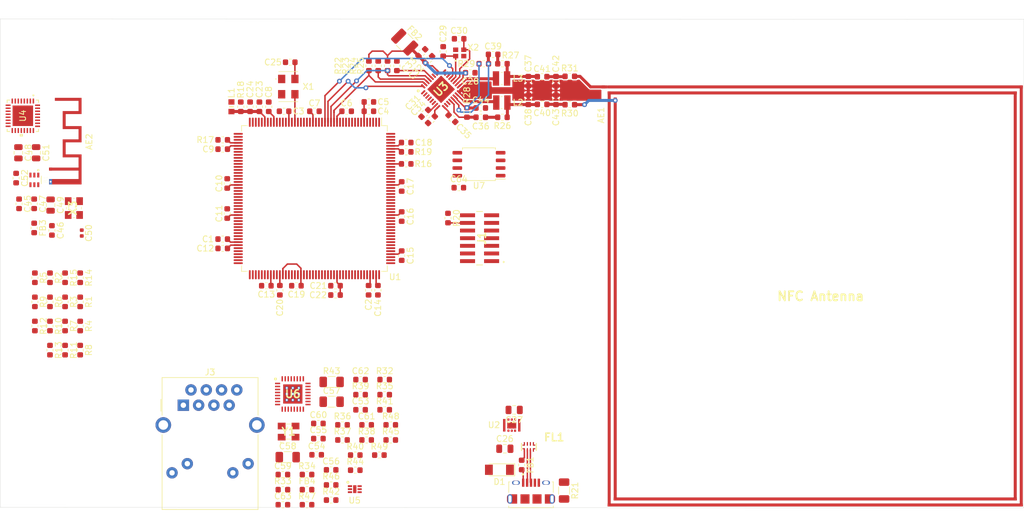
<source format=kicad_pcb>
(kicad_pcb (version 20171130) (host pcbnew "(5.1.6)-1")
  (layers (0 F.Cu signal) (1 Ground.Cu power) (2 Supply.Cu power) (31 B.Cu signal) (34 B.Paste user) (35 F.Paste user) (36 B.SilkS user) (37 F.SilkS user) (38 B.Mask user) (39 F.Mask user) (44 Edge.Cuts user))
  (net 0 "")
  (net 1 "Net-(AE1-Pad1)")
  (net 2 "Net-(AE1-Pad2)")
  (net 3 GND)
  (net 4 "Net-(AE2-Pad1)")
  (net 5 "Net-(B1-Pad4)")
  (net 6 "Net-(B1-Pad3)")
  (net 7 "Net-(B1-Pad2)")
  (net 8 "Net-(C1-Pad2)")
  (net 9 "Net-(C2-Pad2)")
  (net 10 /MCU/NRST)
  (net 11 +3V3)
  (net 12 /MCU/12DSI)
  (net 13 /MCU/VDDA)
  (net 14 +5V)
  (net 15 /RFID/NFC_3V3)
  (net 16 "Net-(C29-Pad2)")
  (net 17 "Net-(C30-Pad2)")
  (net 18 "Net-(C31-Pad1)")
  (net 19 "Net-(C35-Pad2)")
  (net 20 /RFID/RXP)
  (net 21 "Net-(C36-Pad2)")
  (net 22 "Net-(C37-Pad2)")
  (net 23 "Net-(C38-Pad1)")
  (net 24 /RFID/RXN)
  (net 25 "Net-(C39-Pad2)")
  (net 26 "Net-(C40-Pad1)")
  (net 27 "Net-(C41-Pad1)")
  (net 28 /RFID/VMID)
  (net 29 /ZigBee/XO)
  (net 30 /ZigBee/XI)
  (net 31 /ZigBee/ZB_3V3)
  (net 32 /Ethernet/XO)
  (net 33 /Ethernet/XI)
  (net 34 "Net-(C55-Pad2)")
  (net 35 /Ethernet/VDDA)
  (net 36 "Net-(C60-Pad1)")
  (net 37 "Net-(C61-Pad1)")
  (net 38 "Net-(FL1-Pad4)")
  (net 39 /MCU/USB_DN)
  (net 40 /MCU/USB_DP)
  (net 41 "Net-(FL1-Pad3)")
  (net 42 "Net-(FL1-Pad2)")
  (net 43 "Net-(J1-Pad1)")
  (net 44 "Net-(J1-Pad2)")
  (net 45 /MCU/JTMS)
  (net 46 /MCU/JTCK)
  (net 47 /MCU/JTDO)
  (net 48 "Net-(J1-Pad9)")
  (net 49 /MCU/JTDI)
  (net 50 /MCU/UART_RX)
  (net 51 /MCU/UART_TX)
  (net 52 GND1)
  (net 53 "Net-(J2-Pad4)")
  (net 54 /Ethernet/TXP)
  (net 55 /Ethernet/TXN)
  (net 56 /Ethernet/RXP)
  (net 57 /Ethernet/RXN)
  (net 58 "Net-(J3-PadR7)")
  (net 59 "Net-(J3-PadL2)")
  (net 60 "Net-(J3-PadL3)")
  (net 61 "Net-(J3-Pad13)")
  (net 62 "Net-(L2-Pad2)")
  (net 63 "Net-(L3-Pad1)")
  (net 64 /Ethernet/TX_EN)
  (net 65 /MCU/ETH_TX_EN)
  (net 66 /Ethernet/TX_CLK)
  (net 67 /MCU/ETH_TX_CLK)
  (net 68 /MCU/ETH_TXD0)
  (net 69 /Ethernet/TXD0)
  (net 70 /Ethernet/TXD1)
  (net 71 /MCU/ETH_TXD1)
  (net 72 /Ethernet/TXD2)
  (net 73 /MCU/ETH_TXD2)
  (net 74 /MCU/ETH_TXD3)
  (net 75 /Ethernet/TXD3)
  (net 76 /Ethernet/RX_ER)
  (net 77 /MCU/ETH_RX_ER)
  (net 78 /Ethernet/RX_DV)
  (net 79 /MCU/ETH_RX_DV)
  (net 80 /Ethernet/RX_CLK)
  (net 81 /MCU/ETH_RX_CLK)
  (net 82 /Ethernet/RXD0)
  (net 83 /MCU/ETH_RXD0)
  (net 84 /MCU/ETH_RXD1)
  (net 85 /Ethernet/RXD1)
  (net 86 /Ethernet/RXD2)
  (net 87 /MCU/ETH_RXD2)
  (net 88 /MCU/ETH_RXD3)
  (net 89 /Ethernet/RXD3)
  (net 90 /MCU/ETH_COL)
  (net 91 /Ethernet/COL)
  (net 92 /MCU/ETH_CRS)
  (net 93 /Ethernet/CRS)
  (net 94 "Net-(R16-Pad2)")
  (net 95 "Net-(R17-Pad2)")
  (net 96 "Net-(R18-Pad2)")
  (net 97 "Net-(R19-Pad2)")
  (net 98 "Net-(R24-Pad2)")
  (net 99 "Net-(R25-Pad2)")
  (net 100 /Ethernet/LED2)
  (net 101 /Ethernet/LED1)
  (net 102 /MCU/ETH_INT)
  (net 103 "Net-(R44-Pad1)")
  (net 104 /MCU/ETH_MDIO)
  (net 105 "Net-(U1-Pad2)")
  (net 106 "Net-(U1-Pad3)")
  (net 107 "Net-(U1-Pad4)")
  (net 108 "Net-(U1-Pad5)")
  (net 109 "Net-(U1-Pad7)")
  (net 110 "Net-(U1-Pad8)")
  (net 111 "Net-(U1-Pad9)")
  (net 112 "Net-(U1-Pad10)")
  (net 113 "Net-(U1-Pad11)")
  (net 114 "Net-(U1-Pad13)")
  (net 115 /MCU/I2C2_SDA)
  (net 116 /MCU/I2C2_SCL)
  (net 117 /RFID/IRQ)
  (net 118 /RFID/PDOWN)
  (net 119 "Net-(U1-Pad20)")
  (net 120 "Net-(U1-Pad21)")
  (net 121 /MCU/QSPI_BK1_IO3)
  (net 122 /MCU/QSPI_BK1_IO2)
  (net 123 /MCU/QSPI_BK1_IO0)
  (net 124 /MCU/QSPI_BK1_IO1)
  (net 125 /MCU/QSPI_BK1_CLK)
  (net 126 /MCU/OSC_IN)
  (net 127 "Net-(U1-Pad30)")
  (net 128 "Net-(U1-Pad32)")
  (net 129 /MCU/ETH_MDC)
  (net 130 "Net-(U1-Pad43)")
  (net 131 "Net-(U1-Pad45)")
  (net 132 "Net-(U1-Pad46)")
  (net 133 "Net-(U1-Pad47)")
  (net 134 "Net-(U1-Pad50)")
  (net 135 "Net-(U1-Pad51)")
  (net 136 "Net-(U1-Pad52)")
  (net 137 "Net-(U1-Pad58)")
  (net 138 "Net-(U1-Pad59)")
  (net 139 "Net-(U1-Pad60)")
  (net 140 "Net-(U1-Pad63)")
  (net 141 "Net-(U1-Pad64)")
  (net 142 "Net-(U1-Pad65)")
  (net 143 /MCU/~ETH_RESET)
  (net 144 "Net-(U1-Pad68)")
  (net 145 "Net-(U1-Pad69)")
  (net 146 "Net-(U1-Pad70)")
  (net 147 "Net-(U1-Pad73)")
  (net 148 "Net-(U1-Pad74)")
  (net 149 "Net-(U1-Pad75)")
  (net 150 "Net-(U1-Pad76)")
  (net 151 "Net-(U1-Pad77)")
  (net 152 "Net-(U1-Pad78)")
  (net 153 /MCU/~QSPI_BK1_NCS)
  (net 154 "Net-(U1-Pad83)")
  (net 155 "Net-(U1-Pad84)")
  (net 156 /MCU/SPI2_MISO)
  (net 157 /MCU/SPI2_MOSI)
  (net 158 /ZigBee/~RST)
  (net 159 /ZigBee/SLP_TR)
  (net 160 /ZigBee/IRQ)
  (net 161 "Net-(U1-Pad92)")
  (net 162 "Net-(U1-Pad93)")
  (net 163 "Net-(U1-Pad94)")
  (net 164 "Net-(U1-Pad97)")
  (net 165 "Net-(U1-Pad98)")
  (net 166 "Net-(U1-Pad101)")
  (net 167 "Net-(U1-Pad102)")
  (net 168 "Net-(U1-Pad104)")
  (net 169 "Net-(U1-Pad105)")
  (net 170 "Net-(U1-Pad107)")
  (net 171 "Net-(U1-Pad108)")
  (net 172 "Net-(U1-Pad110)")
  (net 173 "Net-(U1-Pad111)")
  (net 174 "Net-(U1-Pad112)")
  (net 175 "Net-(U1-Pad113)")
  (net 176 "Net-(U1-Pad114)")
  (net 177 "Net-(U1-Pad115)")
  (net 178 "Net-(U1-Pad116)")
  (net 179 "Net-(U1-Pad119)")
  (net 180 "Net-(U1-Pad120)")
  (net 181 "Net-(U1-Pad121)")
  (net 182 "Net-(U1-Pad122)")
  (net 183 "Net-(U1-Pad123)")
  (net 184 /MCU/~SPI2_NSS)
  (net 185 /MCU/SPI2_SCK)
  (net 186 "Net-(U1-Pad134)")
  (net 187 "Net-(U1-Pad139)")
  (net 188 "Net-(U1-Pad140)")
  (net 189 "Net-(U1-Pad141)")
  (net 190 "Net-(U1-Pad142)")
  (net 191 "Net-(U1-Pad143)")
  (net 192 "Net-(U1-Pad144)")
  (net 193 "Net-(U1-Pad145)")
  (net 194 "Net-(U1-Pad146)")
  (net 195 "Net-(U1-Pad147)")
  (net 196 "Net-(U1-Pad150)")
  (net 197 "Net-(U1-Pad151)")
  (net 198 "Net-(U1-Pad152)")
  (net 199 "Net-(U1-Pad153)")
  (net 200 "Net-(U1-Pad154)")
  (net 201 "Net-(U1-Pad155)")
  (net 202 "Net-(U1-Pad156)")
  (net 203 "Net-(U1-Pad157)")
  (net 204 "Net-(U1-Pad160)")
  (net 205 "Net-(U1-Pad162)")
  (net 206 "Net-(U1-Pad163)")
  (net 207 "Net-(U1-Pad164)")
  (net 208 "Net-(U1-Pad165)")
  (net 209 "Net-(U1-Pad167)")
  (net 210 "Net-(U1-Pad168)")
  (net 211 "Net-(U1-Pad169)")
  (net 212 "Net-(U1-Pad170)")
  (net 213 "Net-(U1-Pad173)")
  (net 214 "Net-(U1-Pad174)")
  (net 215 "Net-(U1-Pad175)")
  (net 216 "Net-(U1-Pad176)")
  (net 217 "Net-(U2-Pad1)")
  (net 218 "Net-(U3-Pad24)")
  (net 219 "Net-(U3-Pad23)")
  (net 220 "Net-(U3-Pad22)")
  (net 221 "Net-(U3-Pad11)")
  (net 222 "Net-(U3-Pad10)")
  (net 223 "Net-(U3-Pad6)")
  (net 224 "Net-(U3-Pad5)")
  (net 225 "Net-(U3-Pad4)")
  (net 226 "Net-(U3-Pad3)")
  (net 227 "Net-(U3-Pad2)")
  (net 228 "Net-(U3-Pad1)")
  (net 229 "Net-(U4-Pad28)")
  (net 230 "Net-(U4-Pad17)")
  (net 231 "Net-(U4-Pad15)")
  (net 232 "Net-(U4-Pad10)")
  (net 233 "Net-(U4-Pad9)")
  (net 234 "Net-(U5-Pad4)")
  (net 235 "Net-(U5-Pad3)")
  (net 236 /Ethernet/RST)
  (net 237 "Net-(X1-Pad1)")
  (net 238 "Net-(D1-Pad1)")
  (module Personal_ICs:CLRC66303HNY (layer F.Cu) (at 167.5 50.25 45)
    (fp_text reference U3 (at 0 0 45) (layer F.SilkS) (effects (font (size 1.27 1.27) (thickness 0.254))))
    (fp_text value CLRC66303HNY hide)
    (pad 33 smd rect (at 0 0 45) (size 3.25 3.25) (layers F.Cu F.Paste F.Mask) (net 3 GND))
    (pad 32 smd rect (at -1.75 -2.45 45) (size 0.3 0.85) (layers F.Cu F.Paste F.Mask) (net 117 /RFID/IRQ))
    (pad 31 smd rect (at -1.25 -2.45 45) (size 0.3 0.85) (layers F.Cu F.Paste F.Mask) (net 115 /MCU/I2C2_SDA))
    (pad 30 smd rect (at -0.75 -2.45 45) (size 0.3 0.85) (layers F.Cu F.Paste F.Mask) (net 98 "Net-(R24-Pad2)"))
    (pad 29 smd rect (at -0.25 -2.45 45) (size 0.3 0.85) (layers F.Cu F.Paste F.Mask) (net 116 /MCU/I2C2_SCL))
    (pad 28 smd rect (at 0.25 -2.45 45) (size 0.3 0.85) (layers F.Cu F.Paste F.Mask) (net 99 "Net-(R25-Pad2)"))
    (pad 27 smd rect (at 0.75 -2.45 45) (size 0.3 0.85) (layers F.Cu F.Paste F.Mask) (net 3 GND))
    (pad 26 smd rect (at 1.25 -2.45 45) (size 0.3 0.85) (layers F.Cu F.Paste F.Mask) (net 15 /RFID/NFC_3V3))
    (pad 25 smd rect (at 1.75 -2.45 45) (size 0.3 0.85) (layers F.Cu F.Paste F.Mask) (net 15 /RFID/NFC_3V3))
    (pad 24 smd rect (at 2.45 -1.75 135) (size 0.3 0.85) (layers F.Cu F.Paste F.Mask) (net 218 "Net-(U3-Pad24)"))
    (pad 23 smd rect (at 2.45 -1.25 135) (size 0.3 0.85) (layers F.Cu F.Paste F.Mask) (net 219 "Net-(U3-Pad23)"))
    (pad 22 smd rect (at 2.45 -0.75 135) (size 0.3 0.85) (layers F.Cu F.Paste F.Mask) (net 220 "Net-(U3-Pad22)"))
    (pad 21 smd rect (at 2.45 -0.25 135) (size 0.3 0.85) (layers F.Cu F.Paste F.Mask) (net 118 /RFID/PDOWN))
    (pad 20 smd rect (at 2.45 0.25 135) (size 0.3 0.85) (layers F.Cu F.Paste F.Mask) (net 16 "Net-(C29-Pad2)"))
    (pad 19 smd rect (at 2.45 0.75 135) (size 0.3 0.85) (layers F.Cu F.Paste F.Mask) (net 17 "Net-(C30-Pad2)"))
    (pad 18 smd rect (at 2.45 1.25 135) (size 0.3 0.85) (layers F.Cu F.Paste F.Mask) (net 15 /RFID/NFC_3V3))
    (pad 17 smd rect (at 2.45 1.75 135) (size 0.3 0.85) (layers F.Cu F.Paste F.Mask) (net 63 "Net-(L3-Pad1)"))
    (pad 16 smd rect (at 1.75 2.45 45) (size 0.3 0.85) (layers F.Cu F.Paste F.Mask) (net 3 GND))
    (pad 15 smd rect (at 1.25 2.45 45) (size 0.3 0.85) (layers F.Cu F.Paste F.Mask) (net 62 "Net-(L2-Pad2)"))
    (pad 14 smd rect (at 0.75 2.45 45) (size 0.3 0.85) (layers F.Cu F.Paste F.Mask) (net 28 /RFID/VMID))
    (pad 13 smd rect (at 0.25 2.45 45) (size 0.3 0.85) (layers F.Cu F.Paste F.Mask) (net 24 /RFID/RXN))
    (pad 12 smd rect (at -0.25 2.45 45) (size 0.3 0.85) (layers F.Cu F.Paste F.Mask) (net 20 /RFID/RXP))
    (pad 11 smd rect (at -0.75 2.45 45) (size 0.3 0.85) (layers F.Cu F.Paste F.Mask) (net 221 "Net-(U3-Pad11)"))
    (pad 10 smd rect (at -1.25 2.45 45) (size 0.3 0.85) (layers F.Cu F.Paste F.Mask) (net 222 "Net-(U3-Pad10)"))
    (pad 9 smd rect (at -1.75 2.45 45) (size 0.3 0.85) (layers F.Cu F.Paste F.Mask) (net 19 "Net-(C35-Pad2)"))
    (pad 8 smd rect (at -2.45 1.75 135) (size 0.3 0.85) (layers F.Cu F.Paste F.Mask) (net 15 /RFID/NFC_3V3))
    (pad 7 smd rect (at -2.45 1.25 135) (size 0.3 0.85) (layers F.Cu F.Paste F.Mask) (net 18 "Net-(C31-Pad1)"))
    (pad 6 smd rect (at -2.45 0.75 135) (size 0.3 0.85) (layers F.Cu F.Paste F.Mask) (net 223 "Net-(U3-Pad6)"))
    (pad 5 smd rect (at -2.45 0.25 135) (size 0.3 0.85) (layers F.Cu F.Paste F.Mask) (net 224 "Net-(U3-Pad5)"))
    (pad 4 smd rect (at -2.45 -0.25 135) (size 0.3 0.85) (layers F.Cu F.Paste F.Mask) (net 225 "Net-(U3-Pad4)"))
    (pad 3 smd rect (at -2.45 -0.75 135) (size 0.3 0.85) (layers F.Cu F.Paste F.Mask) (net 226 "Net-(U3-Pad3)"))
    (pad 2 smd rect (at -2.45 -1.25 135) (size 0.3 0.85) (layers F.Cu F.Paste F.Mask) (net 227 "Net-(U3-Pad2)"))
    (pad 1 smd rect (at -2.45 -1.75 135) (size 0.3 0.85) (layers F.Cu F.Paste F.Mask) (net 228 "Net-(U3-Pad1)"))
  )
  (module Personal_Passives:SRN2512R47M (layer F.Cu) (at 177.55 48.45)
    (fp_text reference L3 (at 2.75 0) (layer F.SilkS))
    (fp_text value "470 nH" hide)
    (pad 1 smd rect (at -0.925 0) (size 1.05 2.4) (layers F.Cu F.Paste F.Mask) (net 63 "Net-(L3-Pad1)"))
    (pad 2 smd rect (at 0.925 0) (size 1.05 2.4) (layers F.Cu F.Paste F.Mask) (net 23 "Net-(C38-Pad1)"))
  )
  (module Personal_Passives:SRN2512R47M (layer F.Cu) (at 177.6 52.45 180)
    (fp_text reference L2 (at -2.7 0) (layer F.SilkS))
    (fp_text value "470 nH" hide)
    (pad 1 smd rect (at -0.925 0 180) (size 1.05 2.4) (layers F.Cu F.Paste F.Mask) (net 22 "Net-(C37-Pad2)"))
    (pad 2 smd rect (at 0.925 0 180) (size 1.05 2.4) (layers F.Cu F.Paste F.Mask) (net 62 "Net-(L2-Pad2)"))
  )
  (module Personal_Misc:NXP_NFC_13.56MHz (layer F.Cu) (at 194.2 49.85 270)
    (fp_text reference AE1 (at 4.7 0.1 270) (layer F.SilkS))
    (fp_text value "NFC 13.56 MHz" hide)
    (pad "" smd rect (at 0 -35.5 270) (size 0.5 69) (layers F.Cu F.Paste F.Mask))
    (pad "" smd rect (at 34.75 -69.75 270) (size 70 0.5) (layers F.Cu F.Paste F.Mask))
    (pad "" smd rect (at 69.5 -35.5 270) (size 0.5 69) (layers F.Cu F.Paste F.Mask))
    (pad "" smd rect (at 35.25 -1.25 270) (size 69 0.5) (layers F.Cu F.Paste F.Mask))
    (pad 1 smd rect (at 0 -0.5 270) (size 0.5 1) (layers F.Cu F.Paste F.Mask) (net 1 "Net-(AE1-Pad1)"))
    (pad "" smd rect (at 1 -35 270) (size 0.5 68) (layers F.Cu F.Paste F.Mask))
    (pad "" smd rect (at 34.75 -68.75 270) (size 68 0.5) (layers F.Cu F.Paste F.Mask))
    (pad "" smd rect (at 68.5 -35.5 270) (size 0.5 67) (layers F.Cu F.Paste F.Mask))
    (pad "" smd rect (at 35.75 -2.25 270) (size 66 0.5) (layers F.Cu F.Paste F.Mask))
    (pad 2 smd rect (at 2.25 -2.25 270) (size 1 0.5) (layers F.Cu F.Paste F.Mask) (net 2 "Net-(AE1-Pad2)"))
  )
  (module RF_Antenna:Texas_SWRA117D_2.4GHz_Left (layer F.Cu) (at 102.584999 63.515001 270)
    (fp_text reference AE2 (at -4.55 -6.41 90) (layer F.SilkS))
    (fp_text value On-PCB)
    (fp_poly (pts (xy -2.45 -2.51) (xy -4.45 -2.51) (xy -4.45 -5.15) (xy -7.15 -5.15) (xy -7.15 -2.51) (xy -9.15 -2.51) (xy -9.15 -5.15) (xy -11.85 -5.15) (xy -11.85 -0.71) (xy -11.35 -0.71) (xy -11.35 -4.65) (xy -9.65 -4.65) (xy -9.65 -2.01) (xy -6.65 -2.01) (xy -6.65 -4.65) (xy -4.95 -4.65) (xy -4.95 -2.01) (xy -1.95 -2.01) (xy -1.95 -4.65) (xy -0.25 -4.65) (xy -0.25 0.25) (xy 0.25 0.25) (xy 0.25 -4.65) (xy 1.65 -4.65) (xy 1.65 0.25) (xy 2.55 0.25) (xy 2.55 0.006785) (xy 2.247583 0.006785) (xy 2.237742 0.054395) (xy 2.213674 0.096797) (xy 2.175731 0.129581) (xy 2.167819 0.133935) (xy 2.125156 0.146043) (xy 2.076637 0.1453) (xy 2.031122 0.1324) (xy 2.012511 0.121787) (xy 1.978868 0.086553) (xy 1.958309 0.041368) (xy 1.951778 -0.008158) (xy 1.960218 -0.056417) (xy 1.977112 -0.088643) (xy 2.012372 -0.121313) (xy 2.057682 -0.141408) (xy 2.107267 -0.147982) (xy 2.155353 -0.140092) (xy 2.188245 -0.123186) (xy 2.223185 -0.086416) (xy 2.242847 -0.041622) (xy 2.247583 0.006785) (xy 2.55 0.006785) (xy 2.55 -5.15) (xy -2.45 -5.15) (xy -2.45 -2.51)) (layer F.Cu) (width 0))
    (pad 2 thru_hole rect (at 2.1 0 270) (size 0.9 0.5) (drill 0.3) (layers *.Cu) (net 3 GND))
    (pad 1 connect rect (at 0 0 270) (size 0.5 0.5) (layers F.Cu) (net 4 "Net-(AE2-Pad1)"))
  )
  (module Personal_Passives:2450FB15L0001E (layer F.Cu) (at 99.884999 65.310001 270)
    (fp_text reference B1 (at -0.068 -1.8864 90) (layer F.SilkS) (effects (font (size 0.64 0.64) (thickness 0.015))))
    (fp_text value 2450FB15L0001E)
    (pad 6 smd rect (at 0.8 -0.65 270) (size 0.8 0.35) (layers F.Cu F.Paste F.Mask) (net 3 GND))
    (pad 5 smd rect (at 0.8 0 270) (size 0.8 0.35) (layers F.Cu F.Paste F.Mask) (net 3 GND))
    (pad 4 smd rect (at 0.8 0.65 270) (size 0.8 0.35) (layers F.Cu F.Paste F.Mask) (net 5 "Net-(B1-Pad4)"))
    (pad 3 smd rect (at -0.8 0.65 270) (size 0.8 0.35) (layers F.Cu F.Paste F.Mask) (net 6 "Net-(B1-Pad3)"))
    (pad 2 smd rect (at -0.8 0 270) (size 0.8 0.35) (layers F.Cu F.Paste F.Mask) (net 7 "Net-(B1-Pad2)"))
    (pad 1 smd rect (at -0.8 -0.65 270) (size 0.8 0.35) (layers F.Cu F.Paste F.Mask) (net 4 "Net-(AE2-Pad1)"))
  )
  (module Capacitor_SMD:C_0603_1608Metric (layer F.Cu) (at 131.2 75.15)
    (fp_text reference C1 (at -2.45 0) (layer F.SilkS))
    (fp_text value "2.2 µF")
    (pad 2 smd roundrect (at 0.7875 0) (size 0.875 0.95) (layers F.Cu F.Paste F.Mask) (net 8 "Net-(C1-Pad2)"))
    (pad 1 smd roundrect (at -0.7875 0) (size 0.875 0.95) (layers F.Cu F.Paste F.Mask) (net 3 GND))
  )
  (module Capacitor_SMD:C_0603_1608Metric (layer F.Cu) (at 155.45 83.65 90)
    (fp_text reference C2 (at -2.4 0 90) (layer F.SilkS))
    (fp_text value "2.2 µF")
    (pad 1 smd roundrect (at -0.7875 0 90) (size 0.875 0.95) (layers F.Cu F.Paste F.Mask) (net 3 GND))
    (pad 2 smd roundrect (at 0.7875 0 90) (size 0.875 0.95) (layers F.Cu F.Paste F.Mask) (net 9 "Net-(C2-Pad2)"))
  )
  (module Capacitor_SMD:C_0603_1608Metric (layer F.Cu) (at 141.4 53.9)
    (fp_text reference C3 (at 2.4 0) (layer F.SilkS))
    (fp_text value "100 nF")
    (pad 2 smd roundrect (at 0.7875 0) (size 0.875 0.95) (layers F.Cu F.Paste F.Mask) (net 10 /MCU/NRST))
    (pad 1 smd roundrect (at -0.7875 0) (size 0.875 0.95) (layers F.Cu F.Paste F.Mask) (net 3 GND))
  )
  (module Capacitor_SMD:C_0603_1608Metric (layer F.Cu) (at 155.5 53.9 180)
    (fp_text reference C4 (at -2.4 0) (layer F.SilkS))
    (fp_text value "100 nF")
    (pad 1 smd roundrect (at -0.7875 0 180) (size 0.875 0.95) (layers F.Cu F.Paste F.Mask) (net 3 GND))
    (pad 2 smd roundrect (at 0.7875 0 180) (size 0.875 0.95) (layers F.Cu F.Paste F.Mask) (net 11 +3V3))
  )
  (module Capacitor_SMD:C_0603_1608Metric (layer F.Cu) (at 155.5 52.35 180)
    (fp_text reference C5 (at -2.4 0) (layer F.SilkS))
    (fp_text value "10 µF")
    (pad 1 smd roundrect (at -0.7875 0 180) (size 0.875 0.95) (layers F.Cu F.Paste F.Mask) (net 3 GND))
    (pad 2 smd roundrect (at 0.7875 0 180) (size 0.875 0.95) (layers F.Cu F.Paste F.Mask) (net 11 +3V3))
  )
  (module Capacitor_SMD:C_0603_1608Metric (layer F.Cu) (at 151.8 53.9 180)
    (fp_text reference C6 (at 0 1.35) (layer F.SilkS))
    (fp_text value "100 nF")
    (pad 1 smd roundrect (at -0.7875 0 180) (size 0.875 0.95) (layers F.Cu F.Paste F.Mask) (net 3 GND))
    (pad 2 smd roundrect (at 0.7875 0 180) (size 0.875 0.95) (layers F.Cu F.Paste F.Mask) (net 11 +3V3))
  )
  (module Capacitor_SMD:C_0603_1608Metric (layer F.Cu) (at 146.45 53.9 180)
    (fp_text reference C7 (at 0 1.35) (layer F.SilkS))
    (fp_text value "100 nF")
    (pad 2 smd roundrect (at 0.7875 0 180) (size 0.875 0.95) (layers F.Cu F.Paste F.Mask) (net 11 +3V3))
    (pad 1 smd roundrect (at -0.7875 0 180) (size 0.875 0.95) (layers F.Cu F.Paste F.Mask) (net 3 GND))
  )
  (module Capacitor_SMD:C_0603_1608Metric (layer F.Cu) (at 138.85 53.15 270)
    (fp_text reference C8 (at -2.45 0 90) (layer F.SilkS))
    (fp_text value "100 nF")
    (pad 2 smd roundrect (at 0.7875 0 270) (size 0.875 0.95) (layers F.Cu F.Paste F.Mask) (net 11 +3V3))
    (pad 1 smd roundrect (at -0.7875 0 270) (size 0.875 0.95) (layers F.Cu F.Paste F.Mask) (net 3 GND))
  )
  (module Capacitor_SMD:C_0603_1608Metric (layer F.Cu) (at 131.2 60.2)
    (fp_text reference C9 (at -2.4 0) (layer F.SilkS))
    (fp_text value "100 nF")
    (pad 1 smd roundrect (at -0.7875 0) (size 0.875 0.95) (layers F.Cu F.Paste F.Mask) (net 3 GND))
    (pad 2 smd roundrect (at 0.7875 0) (size 0.875 0.95) (layers F.Cu F.Paste F.Mask) (net 11 +3V3))
  )
  (module Capacitor_SMD:C_0603_1608Metric (layer F.Cu) (at 131.95 65.9 270)
    (fp_text reference C10 (at 0 1.35 90) (layer F.SilkS))
    (fp_text value "100 nF")
    (pad 1 smd roundrect (at -0.7875 0 270) (size 0.875 0.95) (layers F.Cu F.Paste F.Mask) (net 3 GND))
    (pad 2 smd roundrect (at 0.7875 0 270) (size 0.875 0.95) (layers F.Cu F.Paste F.Mask) (net 11 +3V3))
  )
  (module Capacitor_SMD:C_0603_1608Metric (layer F.Cu) (at 131.95 70.9 270)
    (fp_text reference C11 (at 0 1.35 90) (layer F.SilkS))
    (fp_text value "100 nF")
    (pad 2 smd roundrect (at 0.7875 0 270) (size 0.875 0.95) (layers F.Cu F.Paste F.Mask) (net 11 +3V3))
    (pad 1 smd roundrect (at -0.7875 0 270) (size 0.875 0.95) (layers F.Cu F.Paste F.Mask) (net 3 GND))
  )
  (module Capacitor_SMD:C_0603_1608Metric (layer F.Cu) (at 131.2 76.7)
    (fp_text reference C12 (at -2.9 0) (layer F.SilkS))
    (fp_text value "100 nF")
    (pad 2 smd roundrect (at 0.7875 0) (size 0.875 0.95) (layers F.Cu F.Paste F.Mask) (net 11 +3V3))
    (pad 1 smd roundrect (at -0.7875 0) (size 0.875 0.95) (layers F.Cu F.Paste F.Mask) (net 3 GND))
  )
  (module Capacitor_SMD:C_0603_1608Metric (layer F.Cu) (at 138.45 82.9)
    (fp_text reference C13 (at 0 1.45) (layer F.SilkS))
    (fp_text value "100 nF")
    (pad 1 smd roundrect (at -0.7875 0) (size 0.875 0.95) (layers F.Cu F.Paste F.Mask) (net 3 GND))
    (pad 2 smd roundrect (at 0.7875 0) (size 0.875 0.95) (layers F.Cu F.Paste F.Mask) (net 11 +3V3))
  )
  (module Capacitor_SMD:C_0603_1608Metric (layer F.Cu) (at 157 83.65 90)
    (fp_text reference C14 (at -2.95 0 90) (layer F.SilkS))
    (fp_text value "100 nF")
    (pad 1 smd roundrect (at -0.7875 0 90) (size 0.875 0.95) (layers F.Cu F.Paste F.Mask) (net 3 GND))
    (pad 2 smd roundrect (at 0.7875 0 90) (size 0.875 0.95) (layers F.Cu F.Paste F.Mask) (net 11 +3V3))
  )
  (module Capacitor_SMD:C_0603_1608Metric (layer F.Cu) (at 160.95 77.9 90)
    (fp_text reference C15 (at 0 1.45 90) (layer F.SilkS))
    (fp_text value "100 nF")
    (pad 2 smd roundrect (at 0.7875 0 90) (size 0.875 0.95) (layers F.Cu F.Paste F.Mask) (net 11 +3V3))
    (pad 1 smd roundrect (at -0.7875 0 90) (size 0.875 0.95) (layers F.Cu F.Paste F.Mask) (net 3 GND))
  )
  (module Capacitor_SMD:C_0603_1608Metric (layer F.Cu) (at 160.95 71.4 90)
    (fp_text reference C16 (at 0 1.45 90) (layer F.SilkS))
    (fp_text value "100 nF")
    (pad 2 smd roundrect (at 0.7875 0 90) (size 0.875 0.95) (layers F.Cu F.Paste F.Mask) (net 11 +3V3))
    (pad 1 smd roundrect (at -0.7875 0 90) (size 0.875 0.95) (layers F.Cu F.Paste F.Mask) (net 3 GND))
  )
  (module Capacitor_SMD:C_0603_1608Metric (layer F.Cu) (at 160.95 66.4 90)
    (fp_text reference C17 (at 0 1.45 90) (layer F.SilkS))
    (fp_text value "100 nF")
    (pad 1 smd roundrect (at -0.7875 0 90) (size 0.875 0.95) (layers F.Cu F.Paste F.Mask) (net 3 GND))
    (pad 2 smd roundrect (at 0.7875 0 90) (size 0.875 0.95) (layers F.Cu F.Paste F.Mask) (net 11 +3V3))
  )
  (module Capacitor_SMD:C_0603_1608Metric (layer F.Cu) (at 161.7 59.1)
    (fp_text reference C18 (at 2.9 0) (layer F.SilkS))
    (fp_text value "100 nF")
    (pad 1 smd roundrect (at -0.7875 0) (size 0.875 0.95) (layers F.Cu F.Paste F.Mask) (net 11 +3V3))
    (pad 2 smd roundrect (at 0.7875 0) (size 0.875 0.95) (layers F.Cu F.Paste F.Mask) (net 3 GND))
  )
  (module Capacitor_SMD:C_0603_1608Metric (layer F.Cu) (at 143.45 82.9)
    (fp_text reference C19 (at 0 1.45) (layer F.SilkS))
    (fp_text value "2.2 µF")
    (pad 2 smd roundrect (at 0.7875 0) (size 0.875 0.95) (layers F.Cu F.Paste F.Mask) (net 12 /MCU/12DSI))
    (pad 1 smd roundrect (at -0.7875 0) (size 0.875 0.95) (layers F.Cu F.Paste F.Mask) (net 3 GND))
  )
  (module Capacitor_SMD:C_0603_1608Metric (layer F.Cu) (at 140.7 83.65 90)
    (fp_text reference C20 (at -2.9 0 90) (layer F.SilkS))
    (fp_text value "100 nF")
    (pad 2 smd roundrect (at 0.7875 0 90) (size 0.875 0.95) (layers F.Cu F.Paste F.Mask) (net 11 +3V3))
    (pad 1 smd roundrect (at -0.7875 0 90) (size 0.875 0.95) (layers F.Cu F.Paste F.Mask) (net 3 GND))
  )
  (module Capacitor_SMD:C_0603_1608Metric (layer F.Cu) (at 149.95 82.9 180)
    (fp_text reference C21 (at 2.85 0) (layer F.SilkS))
    (fp_text value "100 nF")
    (pad 1 smd roundrect (at -0.7875 0 180) (size 0.875 0.95) (layers F.Cu F.Paste F.Mask) (net 11 +3V3))
    (pad 2 smd roundrect (at 0.7875 0 180) (size 0.875 0.95) (layers F.Cu F.Paste F.Mask) (net 3 GND))
  )
  (module Capacitor_SMD:C_0603_1608Metric (layer F.Cu) (at 149.95 84.45 180)
    (fp_text reference C22 (at 2.9 0) (layer F.SilkS))
    (fp_text value "1 µF")
    (pad 2 smd roundrect (at 0.7875 0 180) (size 0.875 0.95) (layers F.Cu F.Paste F.Mask) (net 3 GND))
    (pad 1 smd roundrect (at -0.7875 0 180) (size 0.875 0.95) (layers F.Cu F.Paste F.Mask) (net 11 +3V3))
  )
  (module Capacitor_SMD:C_0603_1608Metric (layer F.Cu) (at 137.3 53.15 90)
    (fp_text reference C23 (at 2.9 0 90) (layer F.SilkS))
    (fp_text value "100 nF")
    (pad 2 smd roundrect (at 0.7875 0 90) (size 0.875 0.95) (layers F.Cu F.Paste F.Mask) (net 3 GND))
    (pad 1 smd roundrect (at -0.7875 0 90) (size 0.875 0.95) (layers F.Cu F.Paste F.Mask) (net 13 /MCU/VDDA))
  )
  (module Capacitor_SMD:C_0603_1608Metric (layer F.Cu) (at 135.75 53.15 90)
    (fp_text reference C24 (at 2.9 0 90) (layer F.SilkS))
    (fp_text value "1 µF")
    (pad 1 smd roundrect (at -0.7875 0 90) (size 0.875 0.95) (layers F.Cu F.Paste F.Mask) (net 13 /MCU/VDDA))
    (pad 2 smd roundrect (at 0.7875 0 90) (size 0.875 0.95) (layers F.Cu F.Paste F.Mask) (net 3 GND))
  )
  (module Capacitor_SMD:C_0603_1608Metric (layer F.Cu) (at 142.425 45.75 180)
    (fp_text reference C25 (at 2.875 0) (layer F.SilkS))
    (fp_text value "100 nF")
    (pad 1 smd roundrect (at -0.7875 0 180) (size 0.875 0.95) (layers F.Cu F.Paste F.Mask) (net 11 +3V3))
    (pad 2 smd roundrect (at 0.7875 0 180) (size 0.875 0.95) (layers F.Cu F.Paste F.Mask) (net 3 GND))
  )
  (module Capacitor_SMD:C_0805_2012Metric (layer F.Cu) (at 178.1 110)
    (fp_text reference C26 (at 0 -1.65) (layer F.SilkS))
    (fp_text value "4.7 µF")
    (pad 1 smd roundrect (at -0.9375 0) (size 0.975 1.4) (layers F.Cu F.Paste F.Mask) (net 3 GND))
    (pad 2 smd roundrect (at 0.9375 0) (size 0.975 1.4) (layers F.Cu F.Paste F.Mask) (net 14 +5V))
  )
  (module Capacitor_SMD:C_0805_2012Metric (layer F.Cu) (at 179.65 103.55 180)
    (fp_text reference C27 (at 0 -1.65) (layer F.SilkS))
    (fp_text value "10 µF")
    (pad 2 smd roundrect (at 0.9375 0 180) (size 0.975 1.4) (layers F.Cu F.Paste F.Mask) (net 11 +3V3))
    (pad 1 smd roundrect (at -0.9375 0 180) (size 0.975 1.4) (layers F.Cu F.Paste F.Mask) (net 3 GND))
  )
  (module Capacitor_SMD:C_0603_1608Metric (layer F.Cu) (at 172.35 47.5 180)
    (fp_text reference C28 (at 0 -1.43) (layer F.SilkS))
    (fp_text value "100 nF")
    (pad 2 smd roundrect (at 0.7875 0 180) (size 0.875 0.95) (layers F.Cu F.Paste F.Mask) (net 15 /RFID/NFC_3V3))
    (pad 1 smd roundrect (at -0.7875 0 180) (size 0.875 0.95) (layers F.Cu F.Paste F.Mask) (net 3 GND))
  )
  (module Capacitor_SMD:C_0603_1608Metric (layer F.Cu) (at 167.85 43.95 270)
    (fp_text reference C29 (at -2.95 0 90) (layer F.SilkS))
    (fp_text value "15 pF")
    (pad 2 smd roundrect (at 0.7875 0 270) (size 0.875 0.95) (layers F.Cu F.Paste F.Mask) (net 16 "Net-(C29-Pad2)"))
    (pad 1 smd roundrect (at -0.7875 0 270) (size 0.875 0.95) (layers F.Cu F.Paste F.Mask) (net 3 GND))
  )
  (module Capacitor_SMD:C_0603_1608Metric (layer F.Cu) (at 170.5 41.85)
    (fp_text reference C30 (at 0 -1.35) (layer F.SilkS))
    (fp_text value "15 pF")
    (pad 1 smd roundrect (at -0.7875 0) (size 0.875 0.95) (layers F.Cu F.Paste F.Mask) (net 3 GND))
    (pad 2 smd roundrect (at 0.7875 0) (size 0.875 0.95) (layers F.Cu F.Paste F.Mask) (net 17 "Net-(C30-Pad2)"))
  )
  (module Capacitor_SMD:C_0603_1608Metric (layer F.Cu) (at 164.8 54.25 225)
    (fp_text reference C31 (at 0.141421 2.687006 45) (layer F.SilkS))
    (fp_text value "470 nF")
    (pad 2 smd roundrect (at 0.7875 0 225) (size 0.875 0.95) (layers F.Cu F.Paste F.Mask) (net 3 GND))
    (pad 1 smd roundrect (at -0.7875 0 225) (size 0.875 0.95) (layers F.Cu F.Paste F.Mask) (net 18 "Net-(C31-Pad1)"))
  )
  (module Capacitor_SMD:C_0603_1608Metric (layer F.Cu) (at 165.45 45.3 225)
    (fp_text reference C32 (at 2.934493 0.035355 45) (layer F.SilkS))
    (fp_text value "100 nF")
    (pad 1 smd roundrect (at -0.7875 0 225) (size 0.875 0.95) (layers F.Cu F.Paste F.Mask) (net 3 GND))
    (pad 2 smd roundrect (at 0.7875 0 225) (size 0.875 0.95) (layers F.Cu F.Paste F.Mask) (net 15 /RFID/NFC_3V3))
  )
  (module Capacitor_SMD:C_0603_1608Metric (layer F.Cu) (at 164.3 44.15 225)
    (fp_text reference C33 (at 2.934493 0.035355 45) (layer F.SilkS))
    (fp_text value "1 µF")
    (pad 1 smd roundrect (at -0.7875 0 225) (size 0.875 0.95) (layers F.Cu F.Paste F.Mask) (net 3 GND))
    (pad 2 smd roundrect (at 0.7875 0 225) (size 0.875 0.95) (layers F.Cu F.Paste F.Mask) (net 15 /RFID/NFC_3V3))
  )
  (module Capacitor_SMD:C_0603_1608Metric (layer F.Cu) (at 165.9 55.3 225)
    (fp_text reference C34 (at 0.212132 2.899138 45) (layer F.SilkS))
    (fp_text value "100 nF")
    (pad 2 smd roundrect (at 0.7875 0 225) (size 0.875 0.95) (layers F.Cu F.Paste F.Mask) (net 3 GND))
    (pad 1 smd roundrect (at -0.7875 0 225) (size 0.875 0.95) (layers F.Cu F.Paste F.Mask) (net 15 /RFID/NFC_3V3))
  )
  (module Capacitor_SMD:C_0603_1608Metric (layer F.Cu) (at 169.3 55.1 135)
    (fp_text reference C35 (at -2.863782 -0.106066 135) (layer F.SilkS))
    (fp_text value "470 nF")
    (pad 1 smd roundrect (at -0.7875 0 135) (size 0.875 0.95) (layers F.Cu F.Paste F.Mask) (net 3 GND))
    (pad 2 smd roundrect (at 0.7875 0 135) (size 0.875 0.95) (layers F.Cu F.Paste F.Mask) (net 19 "Net-(C35-Pad2)"))
  )
  (module Capacitor_SMD:C_0603_1608Metric (layer F.Cu) (at 174.1 54.9)
    (fp_text reference C36 (at 0 1.5) (layer F.SilkS))
    (fp_text value "1 nF")
    (pad 1 smd roundrect (at -0.7875 0) (size 0.875 0.95) (layers F.Cu F.Paste F.Mask) (net 20 /RFID/RXP))
    (pad 2 smd roundrect (at 0.7875 0) (size 0.875 0.95) (layers F.Cu F.Paste F.Mask) (net 21 "Net-(C36-Pad2)"))
  )
  (module Capacitor_SMD:C_0603_1608Metric (layer F.Cu) (at 182 52 270)
    (fp_text reference C37 (at -6.05 0 90) (layer F.SilkS))
    (fp_text value "120 pF")
    (pad 2 smd roundrect (at 0.7875 0 270) (size 0.875 0.95) (layers F.Cu F.Paste F.Mask) (net 22 "Net-(C37-Pad2)"))
    (pad 1 smd roundrect (at -0.7875 0 270) (size 0.875 0.95) (layers F.Cu F.Paste F.Mask) (net 3 GND))
  )
  (module Capacitor_SMD:C_0603_1608Metric (layer F.Cu) (at 182 48.9 270)
    (fp_text reference C38 (at 6 0 90) (layer F.SilkS))
    (fp_text value "120 pF")
    (pad 2 smd roundrect (at 0.7875 0 270) (size 0.875 0.95) (layers F.Cu F.Paste F.Mask) (net 3 GND))
    (pad 1 smd roundrect (at -0.7875 0 270) (size 0.875 0.95) (layers F.Cu F.Paste F.Mask) (net 23 "Net-(C38-Pad1)"))
  )
  (module Capacitor_SMD:C_0603_1608Metric (layer F.Cu) (at 176.15 44.45)
    (fp_text reference C39 (at 0 -1.35) (layer F.SilkS))
    (fp_text value "1 nF")
    (pad 1 smd roundrect (at -0.7875 0) (size 0.875 0.95) (layers F.Cu F.Paste F.Mask) (net 24 /RFID/RXN))
    (pad 2 smd roundrect (at 0.7875 0) (size 0.875 0.95) (layers F.Cu F.Paste F.Mask) (net 25 "Net-(C39-Pad2)"))
  )
  (module Capacitor_SMD:C_0603_1608Metric (layer F.Cu) (at 184.3 52.75 180)
    (fp_text reference C40 (at 0 -1.43) (layer F.SilkS))
    (fp_text value "56 pF")
    (pad 2 smd roundrect (at 0.7875 0 180) (size 0.875 0.95) (layers F.Cu F.Paste F.Mask) (net 22 "Net-(C37-Pad2)"))
    (pad 1 smd roundrect (at -0.7875 0 180) (size 0.875 0.95) (layers F.Cu F.Paste F.Mask) (net 26 "Net-(C40-Pad1)"))
  )
  (module Capacitor_SMD:C_0603_1608Metric (layer F.Cu) (at 184.3 48.15 180)
    (fp_text reference C41 (at 0 1.3) (layer F.SilkS))
    (fp_text value "56 pF")
    (pad 1 smd roundrect (at -0.7875 0 180) (size 0.875 0.95) (layers F.Cu F.Paste F.Mask) (net 27 "Net-(C41-Pad1)"))
    (pad 2 smd roundrect (at 0.7875 0 180) (size 0.875 0.95) (layers F.Cu F.Paste F.Mask) (net 23 "Net-(C38-Pad1)"))
  )
  (module Capacitor_SMD:C_0603_1608Metric (layer F.Cu) (at 186.6 52 270)
    (fp_text reference C42 (at -6 0 90) (layer F.SilkS))
    (fp_text value "220 pF")
    (pad 1 smd roundrect (at -0.7875 0 270) (size 0.875 0.95) (layers F.Cu F.Paste F.Mask) (net 3 GND))
    (pad 2 smd roundrect (at 0.7875 0 270) (size 0.875 0.95) (layers F.Cu F.Paste F.Mask) (net 26 "Net-(C40-Pad1)"))
  )
  (module Capacitor_SMD:C_0603_1608Metric (layer F.Cu) (at 186.6 48.9 270)
    (fp_text reference C43 (at 6 0 90) (layer F.SilkS))
    (fp_text value "220 pF")
    (pad 2 smd roundrect (at 0.7875 0 270) (size 0.875 0.95) (layers F.Cu F.Paste F.Mask) (net 3 GND))
    (pad 1 smd roundrect (at -0.7875 0 270) (size 0.875 0.95) (layers F.Cu F.Paste F.Mask) (net 27 "Net-(C41-Pad1)"))
  )
  (module Capacitor_SMD:C_0603_1608Metric (layer F.Cu) (at 174.1 53.35)
    (fp_text reference C44 (at 0 -1.3) (layer F.SilkS))
    (fp_text value "100 nF")
    (pad 2 smd roundrect (at 0.7875 0) (size 0.875 0.95) (layers F.Cu F.Paste F.Mask) (net 3 GND))
    (pad 1 smd roundrect (at -0.7875 0) (size 0.875 0.95) (layers F.Cu F.Paste F.Mask) (net 28 /RFID/VMID))
  )
  (module Capacitor_SMD:C_0603_1608Metric (layer F.Cu) (at 97.344999 69.285001 270)
    (fp_text reference C45 (at 0 -1.43 90) (layer F.SilkS))
    (fp_text value "22 pF")
    (pad 1 smd roundrect (at -0.7875 0 270) (size 0.875 0.95) (layers F.Cu F.Paste F.Mask) (net 3 GND))
    (pad 2 smd roundrect (at 0.7875 0 270) (size 0.875 0.95) (layers F.Cu F.Paste F.Mask) (net 29 /ZigBee/XO))
  )
  (module Capacitor_SMD:C_0603_1608Metric (layer F.Cu) (at 102.804999 73.705001 270)
    (fp_text reference C46 (at 0 -1.43 90) (layer F.SilkS))
    (fp_text value "22 pF")
    (pad 2 smd roundrect (at 0.7875 0 270) (size 0.875 0.95) (layers F.Cu F.Paste F.Mask) (net 3 GND))
    (pad 1 smd roundrect (at -0.7875 0 270) (size 0.875 0.95) (layers F.Cu F.Paste F.Mask) (net 30 /ZigBee/XI))
  )
  (module Capacitor_SMD:C_0603_1608Metric (layer F.Cu) (at 99.854999 69.285001 270)
    (fp_text reference C47 (at 0 -1.43 90) (layer F.SilkS))
    (fp_text value "100 nF")
    (pad 1 smd roundrect (at -0.7875 0 270) (size 0.875 0.95) (layers F.Cu F.Paste F.Mask) (net 3 GND))
    (pad 2 smd roundrect (at 0.7875 0 270) (size 0.875 0.95) (layers F.Cu F.Paste F.Mask) (net 31 /ZigBee/ZB_3V3))
  )
  (module Capacitor_SMD:C_0805_2012Metric (layer F.Cu) (at 97.234999 60.795001 270)
    (fp_text reference C48 (at 0 -1.65 90) (layer F.SilkS))
    (fp_text value "10 µF")
    (pad 2 smd roundrect (at 0.9375 0 270) (size 0.975 1.4) (layers F.Cu F.Paste F.Mask) (net 31 /ZigBee/ZB_3V3))
    (pad 1 smd roundrect (at -0.9375 0 270) (size 0.975 1.4) (layers F.Cu F.Paste F.Mask) (net 3 GND))
  )
  (module Capacitor_SMD:C_0805_2012Metric (layer F.Cu) (at 102.584999 69.495001 270)
    (fp_text reference C49 (at 0 -1.65 90) (layer F.SilkS))
    (fp_text value RF_MATCH)
    (pad 1 smd roundrect (at -0.9375 0 270) (size 0.975 1.4) (layers F.Cu F.Paste F.Mask) (net 4 "Net-(AE2-Pad1)"))
    (pad 2 smd roundrect (at 0.9375 0 270) (size 0.975 1.4) (layers F.Cu F.Paste F.Mask) (net 3 GND))
  )
  (module Capacitor_SMD:C_0402_1005Metric (layer F.Cu) (at 107.764999 74.145001 270)
    (fp_text reference C50 (at 0 -1.17 90) (layer F.SilkS))
    (fp_text value "22 pF C0G")
    (pad 1 smd roundrect (at -0.485 0 270) (size 0.59 0.64) (layers F.Cu F.Paste F.Mask) (net 7 "Net-(B1-Pad2)"))
    (pad 2 smd roundrect (at 0.485 0 270) (size 0.59 0.64) (layers F.Cu F.Paste F.Mask) (net 3 GND))
  )
  (module Capacitor_SMD:C_0805_2012Metric (layer F.Cu) (at 100.184999 60.795001 270)
    (fp_text reference C51 (at 0 -1.65 90) (layer F.SilkS))
    (fp_text value "10 µF")
    (pad 1 smd roundrect (at -0.9375 0 270) (size 0.975 1.4) (layers F.Cu F.Paste F.Mask) (net 31 /ZigBee/ZB_3V3))
    (pad 2 smd roundrect (at 0.9375 0 270) (size 0.975 1.4) (layers F.Cu F.Paste F.Mask) (net 3 GND))
  )
  (module Capacitor_SMD:C_0603_1608Metric (layer F.Cu) (at 96.854999 65.005001 270)
    (fp_text reference C52 (at 0 -1.43 90) (layer F.SilkS))
    (fp_text value "100 nF")
    (pad 2 smd roundrect (at 0.7875 0 270) (size 0.875 0.95) (layers F.Cu F.Paste F.Mask) (net 3 GND))
    (pad 1 smd roundrect (at -0.7875 0 270) (size 0.875 0.95) (layers F.Cu F.Paste F.Mask) (net 31 /ZigBee/ZB_3V3))
  )
  (module Capacitor_SMD:C_0603_1608Metric (layer F.Cu) (at 154.115001 103.525001)
    (fp_text reference C53 (at 0 -1.43) (layer F.SilkS))
    (fp_text value 27pF)
    (pad 2 smd roundrect (at 0.7875 0) (size 0.875 0.95) (layers F.Cu F.Paste F.Mask) (net 3 GND))
    (pad 1 smd roundrect (at -0.7875 0) (size 0.875 0.95) (layers F.Cu F.Paste F.Mask) (net 32 /Ethernet/XO))
  )
  (module Capacitor_SMD:C_0603_1608Metric (layer F.Cu) (at 146.815001 111.005001)
    (fp_text reference C54 (at 0 -1.43) (layer F.SilkS))
    (fp_text value 27pF)
    (pad 1 smd roundrect (at -0.7875 0) (size 0.875 0.95) (layers F.Cu F.Paste F.Mask) (net 33 /Ethernet/XI))
    (pad 2 smd roundrect (at 0.7875 0) (size 0.875 0.95) (layers F.Cu F.Paste F.Mask) (net 3 GND))
  )
  (module Capacitor_SMD:C_0603_1608Metric (layer F.Cu) (at 147.105001 108.315001)
    (fp_text reference C55 (at 0 -1.43) (layer F.SilkS))
    (fp_text value 2.2uF)
    (pad 2 smd roundrect (at 0.7875 0) (size 0.875 0.95) (layers F.Cu F.Paste F.Mask) (net 34 "Net-(C55-Pad2)"))
    (pad 1 smd roundrect (at -0.7875 0) (size 0.875 0.95) (layers F.Cu F.Paste F.Mask) (net 3 GND))
  )
  (module Capacitor_SMD:C_0603_1608Metric (layer F.Cu) (at 149.225001 113.515001)
    (fp_text reference C56 (at 0 -1.43) (layer F.SilkS))
    (fp_text value 100nF)
    (pad 1 smd roundrect (at -0.7875 0) (size 0.875 0.95) (layers F.Cu F.Paste F.Mask) (net 3 GND))
    (pad 2 smd roundrect (at 0.7875 0) (size 0.875 0.95) (layers F.Cu F.Paste F.Mask) (net 34 "Net-(C55-Pad2)"))
  )
  (module Capacitor_SMD:C_1206_3216Metric (layer F.Cu) (at 149.305001 102.185001)
    (fp_text reference C57 (at 0 -1.82) (layer F.SilkS))
    (fp_text value 22uF)
    (pad 2 smd roundrect (at 1.4 0) (size 1.25 1.75) (layers F.Cu F.Paste F.Mask) (roundrect_rratio 0.2) (net 11 +3V3))
    (pad 1 smd roundrect (at -1.4 0) (size 1.25 1.75) (layers F.Cu F.Paste F.Mask) (roundrect_rratio 0.2) (net 3 GND))
  )
  (module Capacitor_SMD:C_1206_3216Metric (layer F.Cu) (at 142.005001 111.395001)
    (fp_text reference C58 (at 0 -1.82) (layer F.SilkS))
    (fp_text value 22uF)
    (pad 1 smd roundrect (at -1.4 0) (size 1.25 1.75) (layers F.Cu F.Paste F.Mask) (roundrect_rratio 0.2) (net 3 GND))
    (pad 2 smd roundrect (at 1.4 0) (size 1.25 1.75) (layers F.Cu F.Paste F.Mask) (roundrect_rratio 0.2) (net 35 /Ethernet/VDDA))
  )
  (module Capacitor_SMD:C_0603_1608Metric (layer F.Cu) (at 141.205001 114.295001)
    (fp_text reference C59 (at 0 -1.43) (layer F.SilkS))
    (fp_text value 100nF)
    (pad 1 smd roundrect (at -0.7875 0) (size 0.875 0.95) (layers F.Cu F.Paste F.Mask) (net 35 /Ethernet/VDDA))
    (pad 2 smd roundrect (at 0.7875 0) (size 0.875 0.95) (layers F.Cu F.Paste F.Mask) (net 3 GND))
  )
  (module Capacitor_SMD:C_0603_1608Metric (layer F.Cu) (at 147.105001 105.805001)
    (fp_text reference C60 (at 0 -1.43) (layer F.SilkS))
    (fp_text value 100nF)
    (pad 2 smd roundrect (at 0.7875 0) (size 0.875 0.95) (layers F.Cu F.Paste F.Mask) (net 3 GND))
    (pad 1 smd roundrect (at -0.7875 0) (size 0.875 0.95) (layers F.Cu F.Paste F.Mask) (net 36 "Net-(C60-Pad1)"))
  )
  (module Capacitor_SMD:C_0603_1608Metric (layer F.Cu) (at 155.125001 106.035001)
    (fp_text reference C61 (at 0 -1.43) (layer F.SilkS))
    (fp_text value 100nF)
    (pad 1 smd roundrect (at -0.7875 0) (size 0.875 0.95) (layers F.Cu F.Paste F.Mask) (net 37 "Net-(C61-Pad1)"))
    (pad 2 smd roundrect (at 0.7875 0) (size 0.875 0.95) (layers F.Cu F.Paste F.Mask) (net 3 GND))
  )
  (module Capacitor_SMD:C_0603_1608Metric (layer F.Cu) (at 154.115001 98.505001)
    (fp_text reference C62 (at 0 -1.43) (layer F.SilkS))
    (fp_text value 100nF)
    (pad 2 smd roundrect (at 0.7875 0) (size 0.875 0.95) (layers F.Cu F.Paste F.Mask) (net 3 GND))
    (pad 1 smd roundrect (at -0.7875 0) (size 0.875 0.95) (layers F.Cu F.Paste F.Mask) (net 35 /Ethernet/VDDA))
  )
  (module Capacitor_SMD:C_0603_1608Metric (layer F.Cu) (at 141.205001 119.315001)
    (fp_text reference C63 (at 0 -1.43) (layer F.SilkS))
    (fp_text value 22uF)
    (pad 1 smd roundrect (at -0.7875 0) (size 0.875 0.95) (layers F.Cu F.Paste F.Mask) (net 35 /Ethernet/VDDA))
    (pad 2 smd roundrect (at 0.7875 0) (size 0.875 0.95) (layers F.Cu F.Paste F.Mask) (net 3 GND))
  )
  (module Capacitor_SMD:C_0603_1608Metric (layer F.Cu) (at 170.45 66.6)
    (fp_text reference C64 (at 0 -1.43) (layer F.SilkS))
    (fp_text value "100 nF")
    (pad 2 smd roundrect (at 0.7875 0) (size 0.875 0.95) (layers F.Cu F.Paste F.Mask) (net 11 +3V3))
    (pad 1 smd roundrect (at -0.7875 0) (size 0.875 0.95) (layers F.Cu F.Paste F.Mask) (net 3 GND))
  )
  (module Diode_SMD:D_MiniMELF (layer F.Cu) (at 177.2 113.5 180)
    (fp_text reference D1 (at 0 -2) (layer F.SilkS))
    (fp_text value "5.6 V")
    (pad 1 smd rect (at -1.75 0 180) (size 1.3 1.7) (layers F.Cu F.Paste F.Mask) (net 238 "Net-(D1-Pad1)"))
    (pad 2 smd rect (at 1.75 0 180) (size 1.3 1.7) (layers F.Cu F.Paste F.Mask) (net 52 GND1))
  )
  (module Inductor_SMD:L_0603_1608Metric (layer F.Cu) (at 180.9 112.7 270)
    (fp_text reference FB1 (at 0 -1.43 90) (layer F.SilkS))
    (fp_text value "120 @ 100 MHz")
    (pad 1 smd roundrect (at -0.7875 0 270) (size 0.875 0.95) (layers F.Cu F.Paste F.Mask) (net 14 +5V))
    (pad 2 smd roundrect (at 0.7875 0 270) (size 0.875 0.95) (layers F.Cu F.Paste F.Mask) (net 238 "Net-(D1-Pad1)"))
  )
  (module Inductor_SMD:L_1210_3225Metric (layer F.Cu) (at 161.45 42.4 135)
    (fp_text reference FB2 (at -0.106066 2.227386 135) (layer F.SilkS))
    (fp_text value "600R @ 100 MHz")
    (pad 1 smd roundrect (at -1.4 0 135) (size 1.25 2.65) (layers F.Cu F.Paste F.Mask) (roundrect_rratio 0.2) (net 15 /RFID/NFC_3V3))
    (pad 2 smd roundrect (at 1.4 0 135) (size 1.25 2.65) (layers F.Cu F.Paste F.Mask) (roundrect_rratio 0.2) (net 11 +3V3))
  )
  (module Inductor_SMD:L_0603_1608Metric (layer F.Cu) (at 99.854999 73.295001 270)
    (fp_text reference FB3 (at 0 -1.43 90) (layer F.SilkS))
    (fp_text value "600R @ 100 MHz")
    (pad 2 smd roundrect (at 0.7875 0 270) (size 0.875 0.95) (layers F.Cu F.Paste F.Mask) (net 11 +3V3))
    (pad 1 smd roundrect (at -0.7875 0 270) (size 0.875 0.95) (layers F.Cu F.Paste F.Mask) (net 31 /ZigBee/ZB_3V3))
  )
  (module Inductor_SMD:L_0603_1608Metric (layer F.Cu) (at 145.215001 116.805001)
    (fp_text reference FB4 (at 0 -1.43) (layer F.SilkS))
    (fp_text value "220R @ 100 MHz")
    (pad 1 smd roundrect (at -0.7875 0) (size 0.875 0.95) (layers F.Cu F.Paste F.Mask) (net 11 +3V3))
    (pad 2 smd roundrect (at 0.7875 0) (size 0.875 0.95) (layers F.Cu F.Paste F.Mask) (net 35 /Ethernet/VDDA))
  )
  (module Personal_Passives:ECMF024CMX8 (layer F.Cu) (at 182.1 109.7)
    (fp_text reference FL1 (at 4.2 -1.6) (layer F.SilkS) (effects (font (size 1.27 1.27) (thickness 0.254))))
    (fp_text value ECMF02-4CMX8 hide)
    (pad 5 smd rect (at 0.95 -0.3 90) (size 0.2 0.2) (layers F.Cu F.Paste F.Mask) (net 3 GND))
    (pad 4 smd rect (at 0.95 0.3 90) (size 0.2 0.2) (layers F.Cu F.Paste F.Mask) (net 38 "Net-(FL1-Pad4)"))
    (pad 1 smd rect (at -0.95 0.3 90) (size 0.2 0.2) (layers F.Cu F.Paste F.Mask) (net 14 +5V))
    (pad 8 smd rect (at -0.95 -0.3 90) (size 0.2 0.2) (layers F.Cu F.Paste F.Mask) (net 3 GND))
    (pad 8 smd rect (at -0.75 -0.5) (size 0.2 0.6) (layers F.Cu F.Paste F.Mask) (net 3 GND))
    (pad 7 smd rect (at -0.25 -0.5) (size 0.2 0.6) (layers F.Cu F.Paste F.Mask) (net 39 /MCU/USB_DN))
    (pad 6 smd rect (at 0.25 -0.5) (size 0.2 0.6) (layers F.Cu F.Paste F.Mask) (net 40 /MCU/USB_DP))
    (pad 5 smd rect (at 0.75 -0.5) (size 0.2 0.6) (layers F.Cu F.Paste F.Mask) (net 3 GND))
    (pad 4 smd rect (at 0.75 0.5) (size 0.2 0.6) (layers F.Cu F.Paste F.Mask) (net 38 "Net-(FL1-Pad4)"))
    (pad 3 smd rect (at 0.25 0.5) (size 0.2 0.6) (layers F.Cu F.Paste F.Mask) (net 41 "Net-(FL1-Pad3)"))
    (pad 2 smd rect (at -0.25 0.5) (size 0.2 0.6) (layers F.Cu F.Paste F.Mask) (net 42 "Net-(FL1-Pad2)"))
    (pad 1 smd rect (at -0.75 0.5) (size 0.2 0.6) (layers F.Cu F.Paste F.Mask) (net 14 +5V))
  )
  (module Personal_Misc:M50-3610742R (layer F.Cu) (at 173.9 75 90)
    (fp_text reference J1 (at 0 0.4 90) (layer F.SilkS) (effects (font (size 1.27 1.27) (thickness 0.254))))
    (fp_text value M50-3610742R hide)
    (pad 1 smd rect (at -3.81 2 90) (size 0.65 2.5) (layers F.Cu F.Paste F.Mask) (net 43 "Net-(J1-Pad1)"))
    (pad 2 smd rect (at -3.81 -2 90) (size 0.65 2.5) (layers F.Cu F.Paste F.Mask) (net 44 "Net-(J1-Pad2)"))
    (pad 3 smd rect (at -2.54 2 90) (size 0.65 2.5) (layers F.Cu F.Paste F.Mask) (net 11 +3V3))
    (pad 4 smd rect (at -2.54 -2 90) (size 0.65 2.5) (layers F.Cu F.Paste F.Mask) (net 45 /MCU/JTMS))
    (pad 5 smd rect (at -1.27 2 90) (size 0.65 2.5) (layers F.Cu F.Paste F.Mask) (net 3 GND))
    (pad 6 smd rect (at -1.27 -2 90) (size 0.65 2.5) (layers F.Cu F.Paste F.Mask) (net 46 /MCU/JTCK))
    (pad 7 smd rect (at 0 2 90) (size 0.65 2.5) (layers F.Cu F.Paste F.Mask) (net 3 GND))
    (pad 8 smd rect (at 0 -2 90) (size 0.65 2.5) (layers F.Cu F.Paste F.Mask) (net 47 /MCU/JTDO))
    (pad 9 smd rect (at 1.27 2 90) (size 0.65 2.5) (layers F.Cu F.Paste F.Mask) (net 48 "Net-(J1-Pad9)"))
    (pad 10 smd rect (at 1.27 -2 90) (size 0.65 2.5) (layers F.Cu F.Paste F.Mask) (net 49 /MCU/JTDI))
    (pad 11 smd rect (at 2.54 2 90) (size 0.65 2.5) (layers F.Cu F.Paste F.Mask) (net 3 GND))
    (pad 12 smd rect (at 2.54 -2 90) (size 0.65 2.5) (layers F.Cu F.Paste F.Mask) (net 10 /MCU/NRST))
    (pad 13 smd rect (at 3.81 2 90) (size 0.65 2.5) (layers F.Cu F.Paste F.Mask) (net 50 /MCU/UART_RX))
    (pad 14 smd rect (at 3.81 -2 90) (size 0.65 2.5) (layers F.Cu F.Paste F.Mask) (net 51 /MCU/UART_TX))
    (pad MH1 np_thru_hole circle (at -3.175 0 90) (size 0.8 0) (drill 0.8) (layers *.Cu *.Mask))
    (pad MH2 np_thru_hole circle (at 3.175 0 90) (size 0.8 0) (drill 0.8) (layers *.Cu *.Mask))
  )
  (module Personal_Misc:10118194-0001LF (layer F.Cu) (at 182.45 118.35)
    (fp_text reference J2 (at -0.866255 -5.024745) (layer F.SilkS) (effects (font (size 1.000953 1.000953) (thickness 0.015))))
    (fp_text value 10118194-0001LF)
    (fp_poly (pts (xy -2.3 -0.78) (xy -2.3 0.775) (xy -3.4975 0.775) (xy -3.4975 0.575) (xy -3.485731 0.574662) (xy -3.472748 0.57364) (xy -3.459836 0.571941) (xy -3.447031 0.569567) (xy -3.434368 0.566527) (xy -3.421881 0.562828) (xy -3.409605 0.558481) (xy -3.397573 0.553497) (xy -3.385818 0.547891) (xy -3.374373 0.541677) (xy -3.363269 0.534872) (xy -3.352537 0.527496) (xy -3.342205 0.519567) (xy -3.332302 0.51111) (xy -3.322855 0.502145) (xy -3.31389 0.492698) (xy -3.305433 0.482795) (xy -3.297504 0.472463) (xy -3.290128 0.461731) (xy -3.283323 0.450627) (xy -3.277109 0.439182) (xy -3.271503 0.427427) (xy -3.266519 0.415395) (xy -3.262172 0.403119) (xy -3.258473 0.390632) (xy -3.255433 0.377969) (xy -3.253059 0.365164) (xy -3.25136 0.352252) (xy -3.250338 0.339269) (xy -3.25 0.325) (xy -3.25 0.315) (xy -3.25 -0.315) (xy -3.25 -0.325) (xy -3.250343 -0.338084) (xy -3.25137 -0.351132) (xy -3.253078 -0.364109) (xy -3.255463 -0.376978) (xy -3.258519 -0.389705) (xy -3.262236 -0.402254) (xy -3.266605 -0.414592) (xy -3.271614 -0.426684) (xy -3.277248 -0.438498) (xy -3.283494 -0.45) (xy -3.290332 -0.46116) (xy -3.297746 -0.471946) (xy -3.305714 -0.48233) (xy -3.314214 -0.492283) (xy -3.323223 -0.501777) (xy -3.332717 -0.510786) (xy -3.34267 -0.519286) (xy -3.353054 -0.527254) (xy -3.36384 -0.534668) (xy -3.375 -0.541506) (xy -3.386502 -0.547752) (xy -3.398316 -0.553386) (xy -3.410408 -0.558395) (xy -3.422746 -0.562764) (xy -3.435295 -0.566481) (xy -3.448022 -0.569537) (xy -3.460891 -0.571922) (xy -3.473868 -0.57363) (xy -3.486916 -0.574657) (xy -3.5 -0.575) (xy -3.513084 -0.574657) (xy -3.526132 -0.57363) (xy -3.539109 -0.571922) (xy -3.551978 -0.569537) (xy -3.564705 -0.566481) (xy -3.577254 -0.562764) (xy -3.589592 -0.558395) (xy -3.601684 -0.553386) (xy -3.613498 -0.547752) (xy -3.625 -0.541506) (xy -3.63616 -0.534668) (xy -3.646946 -0.527254) (xy -3.65733 -0.519286) (xy -3.667283 -0.510786) (xy -3.676777 -0.501777) (xy -3.685786 -0.492283) (xy -3.694286 -0.48233) (xy -3.702254 -0.471946) (xy -3.709668 -0.46116) (xy -3.716506 -0.45) (xy -3.722752 -0.438498) (xy -3.728386 -0.426684) (xy -3.733395 -0.414592) (xy -3.737764 -0.402254) (xy -3.741481 -0.389705) (xy -3.744537 -0.376978) (xy -3.746922 -0.364109) (xy -3.74863 -0.351132) (xy -3.749657 -0.338084) (xy -3.75 -0.325) (xy -3.75 0.325) (xy -3.749662 0.339269) (xy -3.74864 0.352252) (xy -3.746941 0.365164) (xy -3.744567 0.377969) (xy -3.741527 0.390632) (xy -3.737828 0.403119) (xy -3.733481 0.415395) (xy -3.728497 0.427427) (xy -3.722891 0.439182) (xy -3.716677 0.450627) (xy -3.709872 0.461731) (xy -3.702496 0.472463) (xy -3.694567 0.482795) (xy -3.68611 0.492698) (xy -3.677145 0.502145) (xy -3.667698 0.51111) (xy -3.657795 0.519567) (xy -3.647463 0.527496) (xy -3.636731 0.534872) (xy -3.625627 0.541677) (xy -3.614182 0.547891) (xy -3.602427 0.553497) (xy -3.590395 0.558481) (xy -3.578119 0.562828) (xy -3.565632 0.566527) (xy -3.552969 0.569567) (xy -3.540164 0.571941) (xy -3.527252 0.57364) (xy -3.514269 0.574662) (xy -3.5025 0.575) (xy -3.5025 0.775) (xy -3.527353 0.774318) (xy -3.553384 0.772269) (xy -3.579272 0.768861) (xy -3.604946 0.764103) (xy -3.630336 0.758007) (xy -3.655373 0.750591) (xy -3.679987 0.741875) (xy -3.704111 0.731882) (xy -3.727678 0.720641) (xy -3.750626 0.708182) (xy -3.77289 0.694538) (xy -3.794409 0.679748) (xy -3.815125 0.663853) (xy -3.83498 0.646895) (xy -3.853921 0.628921) (xy -3.871895 0.60998) (xy -3.888853 0.590125) (xy -3.904748 0.569409) (xy -3.919538 0.54789) (xy -3.933182 0.525626) (xy -3.945641 0.502678) (xy -3.956882 0.479111) (xy -3.966875 0.454987) (xy -3.975591 0.430373) (xy -3.983007 0.405336) (xy -3.989103 0.379946) (xy -3.993861 0.354272) (xy -3.997269 0.328384) (xy -3.999318 0.302353) (xy -4 0.275) (xy -4 -0.275) (xy -3.999315 -0.301168) (xy -3.997261 -0.327264) (xy -3.993844 -0.353217) (xy -3.989074 -0.378956) (xy -3.982963 -0.40441) (xy -3.975528 -0.429508) (xy -3.96679 -0.454184) (xy -3.956773 -0.478368) (xy -3.945503 -0.501995) (xy -3.933013 -0.525) (xy -3.919335 -0.54732) (xy -3.904508 -0.568893) (xy -3.888573 -0.58966) (xy -3.871572 -0.609565) (xy -3.853553 -0.628553) (xy -3.834565 -0.646572) (xy -3.81466 -0.663573) (xy -3.793893 -0.679508) (xy -3.77232 -0.694335) (xy -3.75 -0.708013) (xy -3.726995 -0.720503) (xy -3.703368 -0.731773) (xy -3.679184 -0.74179) (xy -3.654508 -0.750528) (xy -3.62941 -0.757963) (xy -3.603956 -0.764074) (xy -3.578217 -0.768844) (xy -3.552264 -0.772261) (xy -3.526168 -0.774315) (xy -3.5 -0.775) (xy -2.305 -0.775) (xy -2.305 -0.78) (xy -2.3 -0.78)) (layer F.Cu) (width 0.001))
    (fp_poly (pts (xy 2.3 0.78) (xy 2.3 -0.775) (xy 3.4975 -0.775) (xy 3.4975 -0.575) (xy 3.485731 -0.574662) (xy 3.472748 -0.57364) (xy 3.459836 -0.571941) (xy 3.447031 -0.569567) (xy 3.434368 -0.566527) (xy 3.421881 -0.562828) (xy 3.409605 -0.558481) (xy 3.397573 -0.553497) (xy 3.385818 -0.547891) (xy 3.374373 -0.541677) (xy 3.363269 -0.534872) (xy 3.352537 -0.527496) (xy 3.342205 -0.519567) (xy 3.332302 -0.51111) (xy 3.322855 -0.502145) (xy 3.31389 -0.492698) (xy 3.305433 -0.482795) (xy 3.297504 -0.472463) (xy 3.290128 -0.461731) (xy 3.283323 -0.450627) (xy 3.277109 -0.439182) (xy 3.271503 -0.427427) (xy 3.266519 -0.415395) (xy 3.262172 -0.403119) (xy 3.258473 -0.390632) (xy 3.255433 -0.377969) (xy 3.253059 -0.365164) (xy 3.25136 -0.352252) (xy 3.250338 -0.339269) (xy 3.25 -0.325) (xy 3.25 -0.315) (xy 3.25 0.315) (xy 3.25 0.325) (xy 3.250343 0.338084) (xy 3.25137 0.351132) (xy 3.253078 0.364109) (xy 3.255463 0.376978) (xy 3.258519 0.389705) (xy 3.262236 0.402254) (xy 3.266605 0.414592) (xy 3.271614 0.426684) (xy 3.277248 0.438498) (xy 3.283494 0.45) (xy 3.290332 0.46116) (xy 3.297746 0.471946) (xy 3.305714 0.48233) (xy 3.314214 0.492283) (xy 3.323223 0.501777) (xy 3.332717 0.510786) (xy 3.34267 0.519286) (xy 3.353054 0.527254) (xy 3.36384 0.534668) (xy 3.375 0.541506) (xy 3.386502 0.547752) (xy 3.398316 0.553386) (xy 3.410408 0.558395) (xy 3.422746 0.562764) (xy 3.435295 0.566481) (xy 3.448022 0.569537) (xy 3.460891 0.571922) (xy 3.473868 0.57363) (xy 3.486916 0.574657) (xy 3.5 0.575) (xy 3.513084 0.574657) (xy 3.526132 0.57363) (xy 3.539109 0.571922) (xy 3.551978 0.569537) (xy 3.564705 0.566481) (xy 3.577254 0.562764) (xy 3.589592 0.558395) (xy 3.601684 0.553386) (xy 3.613498 0.547752) (xy 3.625 0.541506) (xy 3.63616 0.534668) (xy 3.646946 0.527254) (xy 3.65733 0.519286) (xy 3.667283 0.510786) (xy 3.676777 0.501777) (xy 3.685786 0.492283) (xy 3.694286 0.48233) (xy 3.702254 0.471946) (xy 3.709668 0.46116) (xy 3.716506 0.45) (xy 3.722752 0.438498) (xy 3.728386 0.426684) (xy 3.733395 0.414592) (xy 3.737764 0.402254) (xy 3.741481 0.389705) (xy 3.744537 0.376978) (xy 3.746922 0.364109) (xy 3.74863 0.351132) (xy 3.749657 0.338084) (xy 3.75 0.325) (xy 3.75 -0.325) (xy 3.749662 -0.339269) (xy 3.74864 -0.352252) (xy 3.746941 -0.365164) (xy 3.744567 -0.377969) (xy 3.741527 -0.390632) (xy 3.737828 -0.403119) (xy 3.733481 -0.415395) (xy 3.728497 -0.427427) (xy 3.722891 -0.439182) (xy 3.716677 -0.450627) (xy 3.709872 -0.461731) (xy 3.702496 -0.472463) (xy 3.694567 -0.482795) (xy 3.68611 -0.492698) (xy 3.677145 -0.502145) (xy 3.667698 -0.51111) (xy 3.657795 -0.519567) (xy 3.647463 -0.527496) (xy 3.636731 -0.534872) (xy 3.625627 -0.541677) (xy 3.614182 -0.547891) (xy 3.602427 -0.553497) (xy 3.590395 -0.558481) (xy 3.578119 -0.562828) (xy 3.565632 -0.566527) (xy 3.552969 -0.569567) (xy 3.540164 -0.571941) (xy 3.527252 -0.57364) (xy 3.514269 -0.574662) (xy 3.5025 -0.575) (xy 3.5025 -0.775) (xy 3.527353 -0.774318) (xy 3.553384 -0.772269) (xy 3.579272 -0.768861) (xy 3.604946 -0.764103) (xy 3.630336 -0.758007) (xy 3.655373 -0.750591) (xy 3.679987 -0.741875) (xy 3.704111 -0.731882) (xy 3.727678 -0.720641) (xy 3.750626 -0.708182) (xy 3.77289 -0.694538) (xy 3.794409 -0.679748) (xy 3.815125 -0.663853) (xy 3.83498 -0.646895) (xy 3.853921 -0.628921) (xy 3.871895 -0.60998) (xy 3.888853 -0.590125) (xy 3.904748 -0.569409) (xy 3.919538 -0.54789) (xy 3.933182 -0.525626) (xy 3.945641 -0.502678) (xy 3.956882 -0.479111) (xy 3.966875 -0.454987) (xy 3.975591 -0.430373) (xy 3.983007 -0.405336) (xy 3.989103 -0.379946) (xy 3.993861 -0.354272) (xy 3.997269 -0.328384) (xy 3.999318 -0.302353) (xy 4 -0.275) (xy 4 0.275) (xy 3.999315 0.301168) (xy 3.997261 0.327264) (xy 3.993844 0.353217) (xy 3.989074 0.378956) (xy 3.982963 0.40441) (xy 3.975528 0.429508) (xy 3.96679 0.454184) (xy 3.956773 0.478368) (xy 3.945503 0.501995) (xy 3.933013 0.525) (xy 3.919335 0.54732) (xy 3.904508 0.568893) (xy 3.888573 0.58966) (xy 3.871572 0.609565) (xy 3.853553 0.628553) (xy 3.834565 0.646572) (xy 3.81466 0.663573) (xy 3.793893 0.679508) (xy 3.77232 0.694335) (xy 3.75 0.708013) (xy 3.726995 0.720503) (xy 3.703368 0.731773) (xy 3.679184 0.74179) (xy 3.654508 0.750528) (xy 3.62941 0.757963) (xy 3.603956 0.764074) (xy 3.578217 0.768844) (xy 3.552264 0.772261) (xy 3.526168 0.774315) (xy 3.5 0.775) (xy 2.305 0.775) (xy 2.305 0.78) (xy 2.3 0.78)) (layer F.Cu) (width 0.001))
    (pad S1 thru_hole oval (at 3.5 0) (size 0.775 1.55) (drill oval 0.5 1.15) (layers *.Cu *.Mask) (net 52 GND1))
    (pad S1 smd rect (at 1 0) (size 1.5 1.55) (layers F.Cu F.Paste F.Mask) (net 52 GND1))
    (pad S1 smd rect (at -1 0) (size 1.5 1.55) (layers F.Cu F.Paste F.Mask) (net 52 GND1))
    (pad S1 thru_hole oval (at -3.5 0) (size 0.775 1.55) (drill oval 0.5 1.15) (layers *.Cu *.Mask) (net 52 GND1))
    (pad S1 thru_hole oval (at 2.5 -2.7) (size 1.3 0.65) (drill oval 0.85 0.55) (layers *.Cu *.Mask) (net 52 GND1))
    (pad S1 thru_hole oval (at -2.5 -2.7) (size 1.3 0.65) (drill oval 0.85 0.55) (layers *.Cu *.Mask) (net 52 GND1))
    (pad 5 smd rect (at 1.3 -2.7) (size 0.4 1.35) (layers F.Cu F.Paste F.Mask) (net 3 GND))
    (pad 4 smd rect (at 0.65 -2.7) (size 0.4 1.35) (layers F.Cu F.Paste F.Mask) (net 53 "Net-(J2-Pad4)"))
    (pad 3 smd rect (at 0 -2.7) (size 0.4 1.35) (layers F.Cu F.Paste F.Mask) (net 41 "Net-(FL1-Pad3)"))
    (pad 2 smd rect (at -0.65 -2.7) (size 0.4 1.35) (layers F.Cu F.Paste F.Mask) (net 42 "Net-(FL1-Pad2)"))
    (pad 1 smd rect (at -1.3 -2.7) (size 0.4 1.35) (layers F.Cu F.Paste F.Mask) (net 238 "Net-(D1-Pad1)"))
  )
  (module Connector_RJ:RJ45_Amphenol_RJMG1BD3B8K1ANR (layer F.Cu) (at 124.655001 102.765001)
    (fp_text reference J3 (at 4.445 -5.49) (layer F.SilkS))
    (fp_text value RJMG1BD3B8K1ANR)
    (pad R1 thru_hole rect (at 0 0) (size 1.9 1.9) (drill 0.9) (layers *.Cu *.Mask) (net 54 /Ethernet/TXP))
    (pad R2 thru_hole circle (at 1.27 -2.54) (size 1.9 1.9) (drill 0.9) (layers *.Cu *.Mask) (net 55 /Ethernet/TXN))
    (pad R3 thru_hole circle (at 2.54 0) (size 1.9 1.9) (drill 0.9) (layers *.Cu *.Mask) (net 56 /Ethernet/RXP))
    (pad R4 thru_hole circle (at 3.81 -2.54) (size 1.9 1.9) (drill 0.9) (layers *.Cu *.Mask) (net 36 "Net-(C60-Pad1)"))
    (pad R5 thru_hole circle (at 5.08 0) (size 1.9 1.9) (drill 0.9) (layers *.Cu *.Mask) (net 37 "Net-(C61-Pad1)"))
    (pad R6 thru_hole circle (at 6.35 -2.54) (size 1.9 1.9) (drill 0.9) (layers *.Cu *.Mask) (net 57 /Ethernet/RXN))
    (pad R7 thru_hole circle (at 7.62 0) (size 1.9 1.9) (drill 0.9) (layers *.Cu *.Mask) (net 58 "Net-(J3-PadR7)"))
    (pad R8 thru_hole circle (at 8.89 -2.54) (size 1.9 1.9) (drill 0.9) (layers *.Cu *.Mask) (net 3 GND))
    (pad L1 thru_hole circle (at 10.77 9.72) (size 1.89 1.89) (drill 0.89) (layers *.Cu *.Mask) (net 11 +3V3))
    (pad L2 thru_hole circle (at 8.23 11.24) (size 1.89 1.89) (drill 0.89) (layers *.Cu *.Mask) (net 59 "Net-(J3-PadL2)"))
    (pad L3 thru_hole circle (at 0.66 9.72) (size 1.89 1.89) (drill 0.89) (layers *.Cu *.Mask) (net 60 "Net-(J3-PadL3)"))
    (pad L4 thru_hole circle (at -1.88 11.24) (size 1.89 1.89) (drill 0.89) (layers *.Cu *.Mask) (net 11 +3V3))
    (pad 13 thru_hole circle (at -3.33 3.29) (size 2.6 2.6) (drill 1.6) (layers *.Cu *.Mask) (net 61 "Net-(J3-Pad13)"))
    (pad 13 thru_hole circle (at 12.22 3.29) (size 2.6 2.6) (drill 1.6) (layers *.Cu *.Mask) (net 61 "Net-(J3-Pad13)"))
    (pad "" np_thru_hole circle (at -1.27 6.34) (size 3.25 3.25) (drill 3.25) (layers *.Cu *.Mask))
    (pad "" np_thru_hole circle (at 10.16 6.34) (size 3.25 3.25) (drill 3.25) (layers *.Cu *.Mask))
  )
  (module Personal_Passives:BK1608HS601-T (layer F.Cu) (at 132.65 53.15 270)
    (fp_text reference L1 (at -2.3 0 90) (layer F.SilkS))
    (fp_text value BK1608HS601-T hide)
    (pad 2 smd rect (at 0.8 0 270) (size 0.9 1) (layers F.Cu F.Paste F.Mask) (net 13 /MCU/VDDA))
    (pad 1 smd rect (at -0.8 0 270) (size 0.9 1) (layers F.Cu F.Paste F.Mask) (net 11 +3V3))
  )
  (module Resistor_SMD:R_0603_1608Metric (layer F.Cu) (at 107.504999 85.585001 270)
    (fp_text reference R1 (at 0 -1.43 90) (layer F.SilkS))
    (fp_text value 33)
    (pad 2 smd roundrect (at 0.7875 0 270) (size 0.875 0.95) (layers F.Cu F.Paste F.Mask) (net 64 /Ethernet/TX_EN))
    (pad 1 smd roundrect (at -0.7875 0 270) (size 0.875 0.95) (layers F.Cu F.Paste F.Mask) (net 65 /MCU/ETH_TX_EN))
  )
  (module Resistor_SMD:R_0603_1608Metric (layer F.Cu) (at 102.484999 81.575001 270)
    (fp_text reference R2 (at 0 -1.43 90) (layer F.SilkS))
    (fp_text value 33)
    (pad 2 smd roundrect (at 0.7875 0 270) (size 0.875 0.95) (layers F.Cu F.Paste F.Mask) (net 66 /Ethernet/TX_CLK))
    (pad 1 smd roundrect (at -0.7875 0 270) (size 0.875 0.95) (layers F.Cu F.Paste F.Mask) (net 67 /MCU/ETH_TX_CLK))
  )
  (module Resistor_SMD:R_0603_1608Metric (layer F.Cu) (at 104.994999 85.585001 270)
    (fp_text reference R3 (at 0 -1.43 90) (layer F.SilkS))
    (fp_text value 33)
    (pad 1 smd roundrect (at -0.7875 0 270) (size 0.875 0.95) (layers F.Cu F.Paste F.Mask) (net 68 /MCU/ETH_TXD0))
    (pad 2 smd roundrect (at 0.7875 0 270) (size 0.875 0.95) (layers F.Cu F.Paste F.Mask) (net 69 /Ethernet/TXD0))
  )
  (module Resistor_SMD:R_0603_1608Metric (layer F.Cu) (at 107.504999 89.595001 270)
    (fp_text reference R4 (at 0 -1.43 90) (layer F.SilkS))
    (fp_text value 33)
    (pad 2 smd roundrect (at 0.7875 0 270) (size 0.875 0.95) (layers F.Cu F.Paste F.Mask) (net 70 /Ethernet/TXD1))
    (pad 1 smd roundrect (at -0.7875 0 270) (size 0.875 0.95) (layers F.Cu F.Paste F.Mask) (net 71 /MCU/ETH_TXD1))
  )
  (module Resistor_SMD:R_0603_1608Metric (layer F.Cu) (at 99.974999 81.575001 270)
    (fp_text reference R5 (at 0 -1.43 90) (layer F.SilkS))
    (fp_text value 33)
    (pad 2 smd roundrect (at 0.7875 0 270) (size 0.875 0.95) (layers F.Cu F.Paste F.Mask) (net 72 /Ethernet/TXD2))
    (pad 1 smd roundrect (at -0.7875 0 270) (size 0.875 0.95) (layers F.Cu F.Paste F.Mask) (net 73 /MCU/ETH_TXD2))
  )
  (module Resistor_SMD:R_0603_1608Metric (layer F.Cu) (at 102.484999 85.585001 270)
    (fp_text reference R6 (at 0 -1.43 90) (layer F.SilkS))
    (fp_text value 33)
    (pad 1 smd roundrect (at -0.7875 0 270) (size 0.875 0.95) (layers F.Cu F.Paste F.Mask) (net 74 /MCU/ETH_TXD3))
    (pad 2 smd roundrect (at 0.7875 0 270) (size 0.875 0.95) (layers F.Cu F.Paste F.Mask) (net 75 /Ethernet/TXD3))
  )
  (module Resistor_SMD:R_0603_1608Metric (layer F.Cu) (at 104.994999 89.595001 270)
    (fp_text reference R7 (at 0 -1.43 90) (layer F.SilkS))
    (fp_text value 33)
    (pad 2 smd roundrect (at 0.7875 0 270) (size 0.875 0.95) (layers F.Cu F.Paste F.Mask) (net 76 /Ethernet/RX_ER))
    (pad 1 smd roundrect (at -0.7875 0 270) (size 0.875 0.95) (layers F.Cu F.Paste F.Mask) (net 77 /MCU/ETH_RX_ER))
  )
  (module Resistor_SMD:R_0603_1608Metric (layer F.Cu) (at 107.504999 93.605001 270)
    (fp_text reference R8 (at 0 -1.43 90) (layer F.SilkS))
    (fp_text value 33)
    (pad 2 smd roundrect (at 0.7875 0 270) (size 0.875 0.95) (layers F.Cu F.Paste F.Mask) (net 78 /Ethernet/RX_DV))
    (pad 1 smd roundrect (at -0.7875 0 270) (size 0.875 0.95) (layers F.Cu F.Paste F.Mask) (net 79 /MCU/ETH_RX_DV))
  )
  (module Resistor_SMD:R_0603_1608Metric (layer F.Cu) (at 99.974999 85.585001 270)
    (fp_text reference R9 (at 0 -1.43 90) (layer F.SilkS))
    (fp_text value 33)
    (pad 2 smd roundrect (at 0.7875 0 270) (size 0.875 0.95) (layers F.Cu F.Paste F.Mask) (net 80 /Ethernet/RX_CLK))
    (pad 1 smd roundrect (at -0.7875 0 270) (size 0.875 0.95) (layers F.Cu F.Paste F.Mask) (net 81 /MCU/ETH_RX_CLK))
  )
  (module Resistor_SMD:R_0603_1608Metric (layer F.Cu) (at 102.484999 89.595001 270)
    (fp_text reference R10 (at 0 -1.43 90) (layer F.SilkS))
    (fp_text value 33)
    (pad 2 smd roundrect (at 0.7875 0 270) (size 0.875 0.95) (layers F.Cu F.Paste F.Mask) (net 82 /Ethernet/RXD0))
    (pad 1 smd roundrect (at -0.7875 0 270) (size 0.875 0.95) (layers F.Cu F.Paste F.Mask) (net 83 /MCU/ETH_RXD0))
  )
  (module Resistor_SMD:R_0603_1608Metric (layer F.Cu) (at 104.994999 93.605001 270)
    (fp_text reference R11 (at 0 -1.43 90) (layer F.SilkS))
    (fp_text value 33)
    (pad 1 smd roundrect (at -0.7875 0 270) (size 0.875 0.95) (layers F.Cu F.Paste F.Mask) (net 84 /MCU/ETH_RXD1))
    (pad 2 smd roundrect (at 0.7875 0 270) (size 0.875 0.95) (layers F.Cu F.Paste F.Mask) (net 85 /Ethernet/RXD1))
  )
  (module Resistor_SMD:R_0603_1608Metric (layer F.Cu) (at 99.974999 89.595001 270)
    (fp_text reference R12 (at 0 -1.43 90) (layer F.SilkS))
    (fp_text value 33)
    (pad 2 smd roundrect (at 0.7875 0 270) (size 0.875 0.95) (layers F.Cu F.Paste F.Mask) (net 86 /Ethernet/RXD2))
    (pad 1 smd roundrect (at -0.7875 0 270) (size 0.875 0.95) (layers F.Cu F.Paste F.Mask) (net 87 /MCU/ETH_RXD2))
  )
  (module Resistor_SMD:R_0603_1608Metric (layer F.Cu) (at 102.484999 93.605001 270)
    (fp_text reference R13 (at 0 -1.43 90) (layer F.SilkS))
    (fp_text value 33)
    (pad 1 smd roundrect (at -0.7875 0 270) (size 0.875 0.95) (layers F.Cu F.Paste F.Mask) (net 88 /MCU/ETH_RXD3))
    (pad 2 smd roundrect (at 0.7875 0 270) (size 0.875 0.95) (layers F.Cu F.Paste F.Mask) (net 89 /Ethernet/RXD3))
  )
  (module Resistor_SMD:R_0603_1608Metric (layer F.Cu) (at 107.504999 81.575001 270)
    (fp_text reference R14 (at 0 -1.43 90) (layer F.SilkS))
    (fp_text value 33)
    (pad 1 smd roundrect (at -0.7875 0 270) (size 0.875 0.95) (layers F.Cu F.Paste F.Mask) (net 90 /MCU/ETH_COL))
    (pad 2 smd roundrect (at 0.7875 0 270) (size 0.875 0.95) (layers F.Cu F.Paste F.Mask) (net 91 /Ethernet/COL))
  )
  (module Resistor_SMD:R_0603_1608Metric (layer F.Cu) (at 104.994999 81.575001 270)
    (fp_text reference R15 (at 0 -1.43 90) (layer F.SilkS))
    (fp_text value 33)
    (pad 1 smd roundrect (at -0.7875 0 270) (size 0.875 0.95) (layers F.Cu F.Paste F.Mask) (net 92 /MCU/ETH_CRS))
    (pad 2 smd roundrect (at 0.7875 0 270) (size 0.875 0.95) (layers F.Cu F.Paste F.Mask) (net 93 /Ethernet/CRS))
  )
  (module Resistor_SMD:R_0603_1608Metric (layer F.Cu) (at 161.7 62.65 180)
    (fp_text reference R16 (at -2.85 0) (layer F.SilkS))
    (fp_text value "10 kOhm")
    (pad 1 smd roundrect (at -0.7875 0 180) (size 0.875 0.95) (layers F.Cu F.Paste F.Mask) (net 3 GND))
    (pad 2 smd roundrect (at 0.7875 0 180) (size 0.875 0.95) (layers F.Cu F.Paste F.Mask) (net 94 "Net-(R16-Pad2)"))
  )
  (module Resistor_SMD:R_0603_1608Metric (layer F.Cu) (at 131.2 58.65)
    (fp_text reference R17 (at -2.9 0) (layer F.SilkS))
    (fp_text value "10 kOhm")
    (pad 1 smd roundrect (at -0.7875 0) (size 0.875 0.95) (layers F.Cu F.Paste F.Mask) (net 3 GND))
    (pad 2 smd roundrect (at 0.7875 0) (size 0.875 0.95) (layers F.Cu F.Paste F.Mask) (net 95 "Net-(R17-Pad2)"))
  )
  (module Resistor_SMD:R_0603_1608Metric (layer F.Cu) (at 134.2 53.15 90)
    (fp_text reference R18 (at 2.85 0 90) (layer F.SilkS))
    (fp_text value "47 Ohm")
    (pad 2 smd roundrect (at 0.7875 0 90) (size 0.875 0.95) (layers F.Cu F.Paste F.Mask) (net 96 "Net-(R18-Pad2)"))
    (pad 1 smd roundrect (at -0.7875 0 90) (size 0.875 0.95) (layers F.Cu F.Paste F.Mask) (net 13 /MCU/VDDA))
  )
  (module Resistor_SMD:R_0603_1608Metric (layer F.Cu) (at 161.7 60.65 180)
    (fp_text reference R19 (at -2.85 0) (layer F.SilkS))
    (fp_text value "10 kOhm")
    (pad 2 smd roundrect (at 0.7875 0 180) (size 0.875 0.95) (layers F.Cu F.Paste F.Mask) (net 97 "Net-(R19-Pad2)"))
    (pad 1 smd roundrect (at -0.7875 0 180) (size 0.875 0.95) (layers F.Cu F.Paste F.Mask) (net 11 +3V3))
  )
  (module Resistor_SMD:R_0603_1608Metric (layer F.Cu) (at 168.65 71.65 270)
    (fp_text reference R20 (at 0 -1.43 90) (layer F.SilkS))
    (fp_text value "10 kOhm")
    (pad 2 smd roundrect (at 0.7875 0 270) (size 0.875 0.95) (layers F.Cu F.Paste F.Mask) (net 10 /MCU/NRST))
    (pad 1 smd roundrect (at -0.7875 0 270) (size 0.875 0.95) (layers F.Cu F.Paste F.Mask) (net 11 +3V3))
  )
  (module Resistor_SMD:R_1206_3216Metric (layer F.Cu) (at 187.95 116.95 270)
    (fp_text reference R21 (at 0 -1.82 90) (layer F.SilkS))
    (fp_text value 0R)
    (pad 2 smd roundrect (at 1.4 0 270) (size 1.25 1.75) (layers F.Cu F.Paste F.Mask) (roundrect_rratio 0.2) (net 52 GND1))
    (pad 1 smd roundrect (at -1.4 0 270) (size 1.25 1.75) (layers F.Cu F.Paste F.Mask) (roundrect_rratio 0.2) (net 3 GND))
  )
  (module Resistor_SMD:R_0603_1608Metric (layer F.Cu) (at 155.5 46.35 90)
    (fp_text reference R22 (at 0 -5.1 90) (layer F.SilkS))
    (fp_text value 10k)
    (pad 2 smd roundrect (at 0.7875 0 90) (size 0.875 0.95) (layers F.Cu F.Paste F.Mask) (net 15 /RFID/NFC_3V3))
    (pad 1 smd roundrect (at -0.7875 0 90) (size 0.875 0.95) (layers F.Cu F.Paste F.Mask) (net 115 /MCU/I2C2_SDA))
  )
  (module Resistor_SMD:R_0603_1608Metric (layer F.Cu) (at 158.6 46.35 90)
    (fp_text reference R23 (at 0 -6.95 90) (layer F.SilkS))
    (fp_text value 10k)
    (pad 1 smd roundrect (at -0.7875 0 90) (size 0.875 0.95) (layers F.Cu F.Paste F.Mask) (net 116 /MCU/I2C2_SCL))
    (pad 2 smd roundrect (at 0.7875 0 90) (size 0.875 0.95) (layers F.Cu F.Paste F.Mask) (net 15 /RFID/NFC_3V3))
  )
  (module Resistor_SMD:R_0603_1608Metric (layer F.Cu) (at 157.05 46.35 270)
    (fp_text reference R24 (at 0 4.15 90) (layer F.SilkS))
    (fp_text value 4.7k)
    (pad 1 smd roundrect (at -0.7875 0 270) (size 0.875 0.95) (layers F.Cu F.Paste F.Mask) (net 3 GND))
    (pad 2 smd roundrect (at 0.7875 0 270) (size 0.875 0.95) (layers F.Cu F.Paste F.Mask) (net 98 "Net-(R24-Pad2)"))
  )
  (module Resistor_SMD:R_0603_1608Metric (layer F.Cu) (at 160.15 46.35 270)
    (fp_text reference R25 (at 0 6 90) (layer F.SilkS))
    (fp_text value 4.7k)
    (pad 2 smd roundrect (at 0.7875 0 270) (size 0.875 0.95) (layers F.Cu F.Paste F.Mask) (net 99 "Net-(R25-Pad2)"))
    (pad 1 smd roundrect (at -0.7875 0 270) (size 0.875 0.95) (layers F.Cu F.Paste F.Mask) (net 3 GND))
  )
  (module Resistor_SMD:R_0603_1608Metric (layer F.Cu) (at 177.7 54.9 180)
    (fp_text reference R26 (at 0 -1.43) (layer F.SilkS))
    (fp_text value 12k)
    (pad 2 smd roundrect (at 0.7875 0 180) (size 0.875 0.95) (layers F.Cu F.Paste F.Mask) (net 21 "Net-(C36-Pad2)"))
    (pad 1 smd roundrect (at -0.7875 0 180) (size 0.875 0.95) (layers F.Cu F.Paste F.Mask) (net 22 "Net-(C37-Pad2)"))
  )
  (module Resistor_SMD:R_0603_1608Metric (layer F.Cu) (at 177.7 46)
    (fp_text reference R27 (at 1.35 -1.4) (layer F.SilkS))
    (fp_text value 12k)
    (pad 2 smd roundrect (at 0.7875 0) (size 0.875 0.95) (layers F.Cu F.Paste F.Mask) (net 23 "Net-(C38-Pad1)"))
    (pad 1 smd roundrect (at -0.7875 0) (size 0.875 0.95) (layers F.Cu F.Paste F.Mask) (net 25 "Net-(C39-Pad2)"))
  )
  (module Resistor_SMD:R_0603_1608Metric (layer F.Cu) (at 171.8 54.1 90)
    (fp_text reference R28 (at 2.85 0 90) (layer F.SilkS))
    (fp_text value 1k)
    (pad 1 smd roundrect (at -0.7875 0 90) (size 0.875 0.95) (layers F.Cu F.Paste F.Mask) (net 20 /RFID/RXP))
    (pad 2 smd roundrect (at 0.7875 0 90) (size 0.875 0.95) (layers F.Cu F.Paste F.Mask) (net 28 /RFID/VMID))
  )
  (module Resistor_SMD:R_0603_1608Metric (layer F.Cu) (at 174.6 46)
    (fp_text reference R29 (at -2.9 0) (layer F.SilkS))
    (fp_text value 1k)
    (pad 1 smd roundrect (at -0.7875 0) (size 0.875 0.95) (layers F.Cu F.Paste F.Mask) (net 28 /RFID/VMID))
    (pad 2 smd roundrect (at 0.7875 0) (size 0.875 0.95) (layers F.Cu F.Paste F.Mask) (net 24 /RFID/RXN))
  )
  (module Resistor_SMD:R_0603_1608Metric (layer F.Cu) (at 188.9 52.8)
    (fp_text reference R30 (at 0 1.45) (layer F.SilkS))
    (fp_text value 1.43)
    (pad 1 smd roundrect (at -0.7875 0) (size 0.875 0.95) (layers F.Cu F.Paste F.Mask) (net 26 "Net-(C40-Pad1)"))
    (pad 2 smd roundrect (at 0.7875 0) (size 0.875 0.95) (layers F.Cu F.Paste F.Mask) (net 2 "Net-(AE1-Pad2)"))
  )
  (module Resistor_SMD:R_0603_1608Metric (layer F.Cu) (at 188.9 48.1)
    (fp_text reference R31 (at 0 -1.35) (layer F.SilkS))
    (fp_text value 1.43)
    (pad 2 smd roundrect (at 0.7875 0) (size 0.875 0.95) (layers F.Cu F.Paste F.Mask) (net 1 "Net-(AE1-Pad1)"))
    (pad 1 smd roundrect (at -0.7875 0) (size 0.875 0.95) (layers F.Cu F.Paste F.Mask) (net 27 "Net-(C41-Pad1)"))
  )
  (module Resistor_SMD:R_0603_1608Metric (layer F.Cu) (at 158.125001 98.505001)
    (fp_text reference R32 (at 0 -1.43) (layer F.SilkS))
    (fp_text value 4.7k)
    (pad 2 smd roundrect (at 0.7875 0) (size 0.875 0.95) (layers F.Cu F.Paste F.Mask) (net 100 /Ethernet/LED2))
    (pad 1 smd roundrect (at -0.7875 0) (size 0.875 0.95) (layers F.Cu F.Paste F.Mask) (net 35 /Ethernet/VDDA))
  )
  (module Resistor_SMD:R_0603_1608Metric (layer F.Cu) (at 141.205001 116.805001)
    (fp_text reference R33 (at 0 -1.43) (layer F.SilkS))
    (fp_text value 4.7k)
    (pad 2 smd roundrect (at 0.7875 0) (size 0.875 0.95) (layers F.Cu F.Paste F.Mask) (net 101 /Ethernet/LED1))
    (pad 1 smd roundrect (at -0.7875 0) (size 0.875 0.95) (layers F.Cu F.Paste F.Mask) (net 35 /Ethernet/VDDA))
  )
  (module Resistor_SMD:R_0603_1608Metric (layer F.Cu) (at 145.215001 114.295001)
    (fp_text reference R34 (at 0 -1.43) (layer F.SilkS))
    (fp_text value 1k)
    (pad 1 smd roundrect (at -0.7875 0) (size 0.875 0.95) (layers F.Cu F.Paste F.Mask) (net 3 GND))
    (pad 2 smd roundrect (at 0.7875 0) (size 0.875 0.95) (layers F.Cu F.Paste F.Mask) (net 93 /Ethernet/CRS))
  )
  (module Resistor_SMD:R_0603_1608Metric (layer F.Cu) (at 158.125001 101.015001)
    (fp_text reference R35 (at 0 -1.43) (layer F.SilkS))
    (fp_text value 1k)
    (pad 1 smd roundrect (at -0.7875 0) (size 0.875 0.95) (layers F.Cu F.Paste F.Mask) (net 3 GND))
    (pad 2 smd roundrect (at 0.7875 0) (size 0.875 0.95) (layers F.Cu F.Paste F.Mask) (net 91 /Ethernet/COL))
  )
  (module Resistor_SMD:R_0603_1608Metric (layer F.Cu) (at 151.115001 106.035001)
    (fp_text reference R36 (at 0 -1.43) (layer F.SilkS))
    (fp_text value 1k)
    (pad 1 smd roundrect (at -0.7875 0) (size 0.875 0.95) (layers F.Cu F.Paste F.Mask) (net 3 GND))
    (pad 2 smd roundrect (at 0.7875 0) (size 0.875 0.95) (layers F.Cu F.Paste F.Mask) (net 66 /Ethernet/TX_CLK))
  )
  (module Resistor_SMD:R_0603_1608Metric (layer F.Cu) (at 151.115001 108.545001)
    (fp_text reference R37 (at 0 -1.43) (layer F.SilkS))
    (fp_text value 4.7k)
    (pad 2 smd roundrect (at 0.7875 0) (size 0.875 0.95) (layers F.Cu F.Paste F.Mask) (net 102 /MCU/ETH_INT))
    (pad 1 smd roundrect (at -0.7875 0) (size 0.875 0.95) (layers F.Cu F.Paste F.Mask) (net 35 /Ethernet/VDDA))
  )
  (module Resistor_SMD:R_0603_1608Metric (layer F.Cu) (at 155.125001 108.545001)
    (fp_text reference R38 (at 0 -1.43) (layer F.SilkS))
    (fp_text value 1k)
    (pad 1 smd roundrect (at -0.7875 0) (size 0.875 0.95) (layers F.Cu F.Paste F.Mask) (net 3 GND))
    (pad 2 smd roundrect (at 0.7875 0) (size 0.875 0.95) (layers F.Cu F.Paste F.Mask) (net 76 /Ethernet/RX_ER))
  )
  (module Resistor_SMD:R_0603_1608Metric (layer F.Cu) (at 154.115001 101.015001)
    (fp_text reference R39 (at 0 -1.43) (layer F.SilkS))
    (fp_text value 1k)
    (pad 1 smd roundrect (at -0.7875 0) (size 0.875 0.95) (layers F.Cu F.Paste F.Mask) (net 3 GND))
    (pad 2 smd roundrect (at 0.7875 0) (size 0.875 0.95) (layers F.Cu F.Paste F.Mask) (net 80 /Ethernet/RX_CLK))
  )
  (module Resistor_SMD:R_0603_1608Metric (layer F.Cu) (at 153.235001 111.055001)
    (fp_text reference R40 (at 0 -1.43) (layer F.SilkS))
    (fp_text value 1k)
    (pad 2 smd roundrect (at 0.7875 0) (size 0.875 0.95) (layers F.Cu F.Paste F.Mask) (net 78 /Ethernet/RX_DV))
    (pad 1 smd roundrect (at -0.7875 0) (size 0.875 0.95) (layers F.Cu F.Paste F.Mask) (net 3 GND))
  )
  (module Resistor_SMD:R_0603_1608Metric (layer F.Cu) (at 158.125001 103.525001)
    (fp_text reference R41 (at 0 -1.43) (layer F.SilkS))
    (fp_text value 300)
    (pad 1 smd roundrect (at -0.7875 0) (size 0.875 0.95) (layers F.Cu F.Paste F.Mask) (net 60 "Net-(J3-PadL3)"))
    (pad 2 smd roundrect (at 0.7875 0) (size 0.875 0.95) (layers F.Cu F.Paste F.Mask) (net 100 /Ethernet/LED2))
  )
  (module Resistor_SMD:R_0603_1608Metric (layer F.Cu) (at 149.225001 118.535001)
    (fp_text reference R42 (at 0 -1.43) (layer F.SilkS))
    (fp_text value 300)
    (pad 2 smd roundrect (at 0.7875 0) (size 0.875 0.95) (layers F.Cu F.Paste F.Mask) (net 101 /Ethernet/LED1))
    (pad 1 smd roundrect (at -0.7875 0) (size 0.875 0.95) (layers F.Cu F.Paste F.Mask) (net 59 "Net-(J3-PadL2)"))
  )
  (module Resistor_SMD:R_1206_3216Metric (layer F.Cu) (at 149.305001 98.895001)
    (fp_text reference R43 (at 0 -1.82) (layer F.SilkS))
    (fp_text value 0)
    (pad 1 smd roundrect (at -1.4 0) (size 1.25 1.75) (layers F.Cu F.Paste F.Mask) (roundrect_rratio 0.2) (net 61 "Net-(J3-Pad13)"))
    (pad 2 smd roundrect (at 1.4 0) (size 1.25 1.75) (layers F.Cu F.Paste F.Mask) (roundrect_rratio 0.2) (net 3 GND))
  )
  (module Resistor_SMD:R_0603_1608Metric (layer F.Cu) (at 153.235001 113.565001)
    (fp_text reference R44 (at 0 -1.43) (layer F.SilkS))
    (fp_text value 6.49k)
    (pad 1 smd roundrect (at -0.7875 0) (size 0.875 0.95) (layers F.Cu F.Paste F.Mask) (net 103 "Net-(R44-Pad1)"))
    (pad 2 smd roundrect (at 0.7875 0) (size 0.875 0.95) (layers F.Cu F.Paste F.Mask) (net 3 GND))
  )
  (module Resistor_SMD:R_0603_1608Metric (layer F.Cu) (at 159.135001 108.545001)
    (fp_text reference R45 (at 0 -1.43) (layer F.SilkS))
    (fp_text value 4.7k)
    (pad 1 smd roundrect (at -0.7875 0) (size 0.875 0.95) (layers F.Cu F.Paste F.Mask) (net 35 /Ethernet/VDDA))
    (pad 2 smd roundrect (at 0.7875 0) (size 0.875 0.95) (layers F.Cu F.Paste F.Mask) (net 104 /MCU/ETH_MDIO))
  )
  (module Resistor_SMD:R_0603_1608Metric (layer F.Cu) (at 149.225001 116.025001)
    (fp_text reference R46 (at 0 -1.43) (layer F.SilkS))
    (fp_text value 4.7k)
    (pad 1 smd roundrect (at -0.7875 0) (size 0.875 0.95) (layers F.Cu F.Paste F.Mask) (net 35 /Ethernet/VDDA))
    (pad 2 smd roundrect (at 0.7875 0) (size 0.875 0.95) (layers F.Cu F.Paste F.Mask) (net 89 /Ethernet/RXD3))
  )
  (module Resistor_SMD:R_0603_1608Metric (layer F.Cu) (at 145.215001 119.315001)
    (fp_text reference R47 (at 0 -1.43) (layer F.SilkS))
    (fp_text value 1k)
    (pad 2 smd roundrect (at 0.7875 0) (size 0.875 0.95) (layers F.Cu F.Paste F.Mask) (net 86 /Ethernet/RXD2))
    (pad 1 smd roundrect (at -0.7875 0) (size 0.875 0.95) (layers F.Cu F.Paste F.Mask) (net 3 GND))
  )
  (module Resistor_SMD:R_0603_1608Metric (layer F.Cu) (at 159.135001 106.035001)
    (fp_text reference R48 (at 0 -1.43) (layer F.SilkS))
    (fp_text value 1k)
    (pad 1 smd roundrect (at -0.7875 0) (size 0.875 0.95) (layers F.Cu F.Paste F.Mask) (net 3 GND))
    (pad 2 smd roundrect (at 0.7875 0) (size 0.875 0.95) (layers F.Cu F.Paste F.Mask) (net 85 /Ethernet/RXD1))
  )
  (module Resistor_SMD:R_0603_1608Metric (layer F.Cu) (at 157.245001 111.055001)
    (fp_text reference R49 (at 0 -1.43) (layer F.SilkS))
    (fp_text value 1k)
    (pad 1 smd roundrect (at -0.7875 0) (size 0.875 0.95) (layers F.Cu F.Paste F.Mask) (net 3 GND))
    (pad 2 smd roundrect (at 0.7875 0) (size 0.875 0.95) (layers F.Cu F.Paste F.Mask) (net 82 /Ethernet/RXD0))
  )
  (module Package_QFP:LQFP-176_24x24mm_P0.5mm (layer F.Cu) (at 146.45 68.4 270)
    (fp_text reference U1 (at 13.05 -13.4 180) (layer F.SilkS))
    (fp_text value STM32F469IITx)
    (pad 1 smd roundrect (at -12.675 -10.75 270) (size 1.5 0.3) (layers F.Cu F.Paste F.Mask) (net 74 /MCU/ETH_TXD3))
    (pad 2 smd roundrect (at -12.675 -10.25 270) (size 1.5 0.3) (layers F.Cu F.Paste F.Mask) (net 105 "Net-(U1-Pad2)"))
    (pad 3 smd roundrect (at -12.675 -9.75 270) (size 1.5 0.3) (layers F.Cu F.Paste F.Mask) (net 106 "Net-(U1-Pad3)"))
    (pad 4 smd roundrect (at -12.675 -9.25 270) (size 1.5 0.3) (layers F.Cu F.Paste F.Mask) (net 107 "Net-(U1-Pad4)"))
    (pad 5 smd roundrect (at -12.675 -8.75 270) (size 1.5 0.3) (layers F.Cu F.Paste F.Mask) (net 108 "Net-(U1-Pad5)"))
    (pad 6 smd roundrect (at -12.675 -8.25 270) (size 1.5 0.3) (layers F.Cu F.Paste F.Mask) (net 11 +3V3))
    (pad 7 smd roundrect (at -12.675 -7.75 270) (size 1.5 0.3) (layers F.Cu F.Paste F.Mask) (net 109 "Net-(U1-Pad7)"))
    (pad 8 smd roundrect (at -12.675 -7.25 270) (size 1.5 0.3) (layers F.Cu F.Paste F.Mask) (net 110 "Net-(U1-Pad8)"))
    (pad 9 smd roundrect (at -12.675 -6.75 270) (size 1.5 0.3) (layers F.Cu F.Paste F.Mask) (net 111 "Net-(U1-Pad9)"))
    (pad 10 smd roundrect (at -12.675 -6.25 270) (size 1.5 0.3) (layers F.Cu F.Paste F.Mask) (net 112 "Net-(U1-Pad10)"))
    (pad 11 smd roundrect (at -12.675 -5.75 270) (size 1.5 0.3) (layers F.Cu F.Paste F.Mask) (net 113 "Net-(U1-Pad11)"))
    (pad 12 smd roundrect (at -12.675 -5.25 270) (size 1.5 0.3) (layers F.Cu F.Paste F.Mask) (net 77 /MCU/ETH_RX_ER))
    (pad 13 smd roundrect (at -12.675 -4.75 270) (size 1.5 0.3) (layers F.Cu F.Paste F.Mask) (net 114 "Net-(U1-Pad13)"))
    (pad 14 smd roundrect (at -12.675 -4.25 270) (size 1.5 0.3) (layers F.Cu F.Paste F.Mask) (net 3 GND))
    (pad 15 smd roundrect (at -12.675 -3.75 270) (size 1.5 0.3) (layers F.Cu F.Paste F.Mask) (net 11 +3V3))
    (pad 16 smd roundrect (at -12.675 -3.25 270) (size 1.5 0.3) (layers F.Cu F.Paste F.Mask) (net 115 /MCU/I2C2_SDA))
    (pad 17 smd roundrect (at -12.675 -2.75 270) (size 1.5 0.3) (layers F.Cu F.Paste F.Mask) (net 116 /MCU/I2C2_SCL))
    (pad 18 smd roundrect (at -12.675 -2.25 270) (size 1.5 0.3) (layers F.Cu F.Paste F.Mask) (net 117 /RFID/IRQ))
    (pad 19 smd roundrect (at -12.675 -1.75 270) (size 1.5 0.3) (layers F.Cu F.Paste F.Mask) (net 118 /RFID/PDOWN))
    (pad 20 smd roundrect (at -12.675 -1.25 270) (size 1.5 0.3) (layers F.Cu F.Paste F.Mask) (net 119 "Net-(U1-Pad20)"))
    (pad 21 smd roundrect (at -12.675 -0.75 270) (size 1.5 0.3) (layers F.Cu F.Paste F.Mask) (net 120 "Net-(U1-Pad21)"))
    (pad 22 smd roundrect (at -12.675 -0.25 270) (size 1.5 0.3) (layers F.Cu F.Paste F.Mask) (net 3 GND))
    (pad 23 smd roundrect (at -12.675 0.25 270) (size 1.5 0.3) (layers F.Cu F.Paste F.Mask) (net 11 +3V3))
    (pad 24 smd roundrect (at -12.675 0.75 270) (size 1.5 0.3) (layers F.Cu F.Paste F.Mask) (net 121 /MCU/QSPI_BK1_IO3))
    (pad 25 smd roundrect (at -12.675 1.25 270) (size 1.5 0.3) (layers F.Cu F.Paste F.Mask) (net 122 /MCU/QSPI_BK1_IO2))
    (pad 26 smd roundrect (at -12.675 1.75 270) (size 1.5 0.3) (layers F.Cu F.Paste F.Mask) (net 123 /MCU/QSPI_BK1_IO0))
    (pad 27 smd roundrect (at -12.675 2.25 270) (size 1.5 0.3) (layers F.Cu F.Paste F.Mask) (net 124 /MCU/QSPI_BK1_IO1))
    (pad 28 smd roundrect (at -12.675 2.75 270) (size 1.5 0.3) (layers F.Cu F.Paste F.Mask) (net 125 /MCU/QSPI_BK1_CLK))
    (pad 29 smd roundrect (at -12.675 3.25 270) (size 1.5 0.3) (layers F.Cu F.Paste F.Mask) (net 126 /MCU/OSC_IN))
    (pad 30 smd roundrect (at -12.675 3.75 270) (size 1.5 0.3) (layers F.Cu F.Paste F.Mask) (net 127 "Net-(U1-Pad30)"))
    (pad 31 smd roundrect (at -12.675 4.25 270) (size 1.5 0.3) (layers F.Cu F.Paste F.Mask) (net 10 /MCU/NRST))
    (pad 32 smd roundrect (at -12.675 4.75 270) (size 1.5 0.3) (layers F.Cu F.Paste F.Mask) (net 128 "Net-(U1-Pad32)"))
    (pad 33 smd roundrect (at -12.675 5.25 270) (size 1.5 0.3) (layers F.Cu F.Paste F.Mask) (net 129 /MCU/ETH_MDC))
    (pad 34 smd roundrect (at -12.675 5.75 270) (size 1.5 0.3) (layers F.Cu F.Paste F.Mask) (net 73 /MCU/ETH_TXD2))
    (pad 35 smd roundrect (at -12.675 6.25 270) (size 1.5 0.3) (layers F.Cu F.Paste F.Mask) (net 67 /MCU/ETH_TX_CLK))
    (pad 36 smd roundrect (at -12.675 6.75 270) (size 1.5 0.3) (layers F.Cu F.Paste F.Mask) (net 11 +3V3))
    (pad 37 smd roundrect (at -12.675 7.25 270) (size 1.5 0.3) (layers F.Cu F.Paste F.Mask) (net 3 GND))
    (pad 38 smd roundrect (at -12.675 7.75 270) (size 1.5 0.3) (layers F.Cu F.Paste F.Mask) (net 96 "Net-(R18-Pad2)"))
    (pad 39 smd roundrect (at -12.675 8.25 270) (size 1.5 0.3) (layers F.Cu F.Paste F.Mask) (net 13 /MCU/VDDA))
    (pad 40 smd roundrect (at -12.675 8.75 270) (size 1.5 0.3) (layers F.Cu F.Paste F.Mask) (net 92 /MCU/ETH_CRS))
    (pad 41 smd roundrect (at -12.675 9.25 270) (size 1.5 0.3) (layers F.Cu F.Paste F.Mask) (net 81 /MCU/ETH_RX_CLK))
    (pad 42 smd roundrect (at -12.675 9.75 270) (size 1.5 0.3) (layers F.Cu F.Paste F.Mask) (net 104 /MCU/ETH_MDIO))
    (pad 43 smd roundrect (at -12.675 10.25 270) (size 1.5 0.3) (layers F.Cu F.Paste F.Mask) (net 130 "Net-(U1-Pad43)"))
    (pad 44 smd roundrect (at -12.675 10.75 270) (size 1.5 0.3) (layers F.Cu F.Paste F.Mask) (net 90 /MCU/ETH_COL))
    (pad 45 smd roundrect (at -10.75 12.675 270) (size 0.3 1.5) (layers F.Cu F.Paste F.Mask) (net 131 "Net-(U1-Pad45)"))
    (pad 46 smd roundrect (at -10.25 12.675 270) (size 0.3 1.5) (layers F.Cu F.Paste F.Mask) (net 132 "Net-(U1-Pad46)"))
    (pad 47 smd roundrect (at -9.75 12.675 270) (size 0.3 1.5) (layers F.Cu F.Paste F.Mask) (net 133 "Net-(U1-Pad47)"))
    (pad 48 smd roundrect (at -9.25 12.675 270) (size 0.3 1.5) (layers F.Cu F.Paste F.Mask) (net 95 "Net-(R17-Pad2)"))
    (pad 49 smd roundrect (at -8.75 12.675 270) (size 0.3 1.5) (layers F.Cu F.Paste F.Mask) (net 11 +3V3))
    (pad 50 smd roundrect (at -8.25 12.675 270) (size 0.3 1.5) (layers F.Cu F.Paste F.Mask) (net 134 "Net-(U1-Pad50)"))
    (pad 51 smd roundrect (at -7.75 12.675 270) (size 0.3 1.5) (layers F.Cu F.Paste F.Mask) (net 135 "Net-(U1-Pad51)"))
    (pad 52 smd roundrect (at -7.25 12.675 270) (size 0.3 1.5) (layers F.Cu F.Paste F.Mask) (net 136 "Net-(U1-Pad52)"))
    (pad 53 smd roundrect (at -6.75 12.675 270) (size 0.3 1.5) (layers F.Cu F.Paste F.Mask) (net 79 /MCU/ETH_RX_DV))
    (pad 54 smd roundrect (at -6.25 12.675 270) (size 0.3 1.5) (layers F.Cu F.Paste F.Mask) (net 83 /MCU/ETH_RXD0))
    (pad 55 smd roundrect (at -5.75 12.675 270) (size 0.3 1.5) (layers F.Cu F.Paste F.Mask) (net 84 /MCU/ETH_RXD1))
    (pad 56 smd roundrect (at -5.25 12.675 270) (size 0.3 1.5) (layers F.Cu F.Paste F.Mask) (net 87 /MCU/ETH_RXD2))
    (pad 57 smd roundrect (at -4.75 12.675 270) (size 0.3 1.5) (layers F.Cu F.Paste F.Mask) (net 88 /MCU/ETH_RXD3))
    (pad 58 smd roundrect (at -4.25 12.675 270) (size 0.3 1.5) (layers F.Cu F.Paste F.Mask) (net 137 "Net-(U1-Pad58)"))
    (pad 59 smd roundrect (at -3.75 12.675 270) (size 0.3 1.5) (layers F.Cu F.Paste F.Mask) (net 138 "Net-(U1-Pad59)"))
    (pad 60 smd roundrect (at -3.25 12.675 270) (size 0.3 1.5) (layers F.Cu F.Paste F.Mask) (net 139 "Net-(U1-Pad60)"))
    (pad 61 smd roundrect (at -2.75 12.675 270) (size 0.3 1.5) (layers F.Cu F.Paste F.Mask) (net 3 GND))
    (pad 62 smd roundrect (at -2.25 12.675 270) (size 0.3 1.5) (layers F.Cu F.Paste F.Mask) (net 11 +3V3))
    (pad 63 smd roundrect (at -1.75 12.675 270) (size 0.3 1.5) (layers F.Cu F.Paste F.Mask) (net 140 "Net-(U1-Pad63)"))
    (pad 64 smd roundrect (at -1.25 12.675 270) (size 0.3 1.5) (layers F.Cu F.Paste F.Mask) (net 141 "Net-(U1-Pad64)"))
    (pad 65 smd roundrect (at -0.75 12.675 270) (size 0.3 1.5) (layers F.Cu F.Paste F.Mask) (net 142 "Net-(U1-Pad65)"))
    (pad 66 smd roundrect (at -0.25 12.675 270) (size 0.3 1.5) (layers F.Cu F.Paste F.Mask) (net 102 /MCU/ETH_INT))
    (pad 67 smd roundrect (at 0.25 12.675 270) (size 0.3 1.5) (layers F.Cu F.Paste F.Mask) (net 143 /MCU/~ETH_RESET))
    (pad 68 smd roundrect (at 0.75 12.675 270) (size 0.3 1.5) (layers F.Cu F.Paste F.Mask) (net 144 "Net-(U1-Pad68)"))
    (pad 69 smd roundrect (at 1.25 12.675 270) (size 0.3 1.5) (layers F.Cu F.Paste F.Mask) (net 145 "Net-(U1-Pad69)"))
    (pad 70 smd roundrect (at 1.75 12.675 270) (size 0.3 1.5) (layers F.Cu F.Paste F.Mask) (net 146 "Net-(U1-Pad70)"))
    (pad 71 smd roundrect (at 2.25 12.675 270) (size 0.3 1.5) (layers F.Cu F.Paste F.Mask) (net 3 GND))
    (pad 72 smd roundrect (at 2.75 12.675 270) (size 0.3 1.5) (layers F.Cu F.Paste F.Mask) (net 11 +3V3))
    (pad 73 smd roundrect (at 3.25 12.675 270) (size 0.3 1.5) (layers F.Cu F.Paste F.Mask) (net 147 "Net-(U1-Pad73)"))
    (pad 74 smd roundrect (at 3.75 12.675 270) (size 0.3 1.5) (layers F.Cu F.Paste F.Mask) (net 148 "Net-(U1-Pad74)"))
    (pad 75 smd roundrect (at 4.25 12.675 270) (size 0.3 1.5) (layers F.Cu F.Paste F.Mask) (net 149 "Net-(U1-Pad75)"))
    (pad 76 smd roundrect (at 4.75 12.675 270) (size 0.3 1.5) (layers F.Cu F.Paste F.Mask) (net 150 "Net-(U1-Pad76)"))
    (pad 77 smd roundrect (at 5.25 12.675 270) (size 0.3 1.5) (layers F.Cu F.Paste F.Mask) (net 151 "Net-(U1-Pad77)"))
    (pad 78 smd roundrect (at 5.75 12.675 270) (size 0.3 1.5) (layers F.Cu F.Paste F.Mask) (net 152 "Net-(U1-Pad78)"))
    (pad 79 smd roundrect (at 6.25 12.675 270) (size 0.3 1.5) (layers F.Cu F.Paste F.Mask) (net 153 /MCU/~QSPI_BK1_NCS))
    (pad 80 smd roundrect (at 6.75 12.675 270) (size 0.3 1.5) (layers F.Cu F.Paste F.Mask) (net 65 /MCU/ETH_TX_EN))
    (pad 81 smd roundrect (at 7.25 12.675 270) (size 0.3 1.5) (layers F.Cu F.Paste F.Mask) (net 8 "Net-(C1-Pad2)"))
    (pad 82 smd roundrect (at 7.75 12.675 270) (size 0.3 1.5) (layers F.Cu F.Paste F.Mask) (net 11 +3V3))
    (pad 83 smd roundrect (at 8.25 12.675 270) (size 0.3 1.5) (layers F.Cu F.Paste F.Mask) (net 154 "Net-(U1-Pad83)"))
    (pad 84 smd roundrect (at 8.75 12.675 270) (size 0.3 1.5) (layers F.Cu F.Paste F.Mask) (net 155 "Net-(U1-Pad84)"))
    (pad 85 smd roundrect (at 9.25 12.675 270) (size 0.3 1.5) (layers F.Cu F.Paste F.Mask) (net 68 /MCU/ETH_TXD0))
    (pad 86 smd roundrect (at 9.75 12.675 270) (size 0.3 1.5) (layers F.Cu F.Paste F.Mask) (net 71 /MCU/ETH_TXD1))
    (pad 87 smd roundrect (at 10.25 12.675 270) (size 0.3 1.5) (layers F.Cu F.Paste F.Mask) (net 156 /MCU/SPI2_MISO))
    (pad 88 smd roundrect (at 10.75 12.675 270) (size 0.3 1.5) (layers F.Cu F.Paste F.Mask) (net 157 /MCU/SPI2_MOSI))
    (pad 89 smd roundrect (at 12.675 10.75 270) (size 1.5 0.3) (layers F.Cu F.Paste F.Mask) (net 158 /ZigBee/~RST))
    (pad 90 smd roundrect (at 12.675 10.25 270) (size 1.5 0.3) (layers F.Cu F.Paste F.Mask) (net 159 /ZigBee/SLP_TR))
    (pad 91 smd roundrect (at 12.675 9.75 270) (size 1.5 0.3) (layers F.Cu F.Paste F.Mask) (net 160 /ZigBee/IRQ))
    (pad 92 smd roundrect (at 12.675 9.25 270) (size 1.5 0.3) (layers F.Cu F.Paste F.Mask) (net 161 "Net-(U1-Pad92)"))
    (pad 93 smd roundrect (at 12.675 8.75 270) (size 1.5 0.3) (layers F.Cu F.Paste F.Mask) (net 162 "Net-(U1-Pad93)"))
    (pad 94 smd roundrect (at 12.675 8.25 270) (size 1.5 0.3) (layers F.Cu F.Paste F.Mask) (net 163 "Net-(U1-Pad94)"))
    (pad 95 smd roundrect (at 12.675 7.75 270) (size 1.5 0.3) (layers F.Cu F.Paste F.Mask) (net 3 GND))
    (pad 96 smd roundrect (at 12.675 7.25 270) (size 1.5 0.3) (layers F.Cu F.Paste F.Mask) (net 11 +3V3))
    (pad 97 smd roundrect (at 12.675 6.75 270) (size 1.5 0.3) (layers F.Cu F.Paste F.Mask) (net 164 "Net-(U1-Pad97)"))
    (pad 98 smd roundrect (at 12.675 6.25 270) (size 1.5 0.3) (layers F.Cu F.Paste F.Mask) (net 165 "Net-(U1-Pad98)"))
    (pad 99 smd roundrect (at 12.675 5.75 270) (size 1.5 0.3) (layers F.Cu F.Paste F.Mask) (net 11 +3V3))
    (pad 100 smd roundrect (at 12.675 5.25 270) (size 1.5 0.3) (layers F.Cu F.Paste F.Mask) (net 12 /MCU/12DSI))
    (pad 101 smd roundrect (at 12.675 4.75 270) (size 1.5 0.3) (layers F.Cu F.Paste F.Mask) (net 166 "Net-(U1-Pad101)"))
    (pad 102 smd roundrect (at 12.675 4.25 270) (size 1.5 0.3) (layers F.Cu F.Paste F.Mask) (net 167 "Net-(U1-Pad102)"))
    (pad 103 smd roundrect (at 12.675 3.75 270) (size 1.5 0.3) (layers F.Cu F.Paste F.Mask) (net 3 GND))
    (pad 104 smd roundrect (at 12.675 3.25 270) (size 1.5 0.3) (layers F.Cu F.Paste F.Mask) (net 168 "Net-(U1-Pad104)"))
    (pad 105 smd roundrect (at 12.675 2.75 270) (size 1.5 0.3) (layers F.Cu F.Paste F.Mask) (net 169 "Net-(U1-Pad105)"))
    (pad 106 smd roundrect (at 12.675 2.25 270) (size 1.5 0.3) (layers F.Cu F.Paste F.Mask) (net 12 /MCU/12DSI))
    (pad 107 smd roundrect (at 12.675 1.75 270) (size 1.5 0.3) (layers F.Cu F.Paste F.Mask) (net 170 "Net-(U1-Pad107)"))
    (pad 108 smd roundrect (at 12.675 1.25 270) (size 1.5 0.3) (layers F.Cu F.Paste F.Mask) (net 171 "Net-(U1-Pad108)"))
    (pad 109 smd roundrect (at 12.675 0.75 270) (size 1.5 0.3) (layers F.Cu F.Paste F.Mask) (net 3 GND))
    (pad 110 smd roundrect (at 12.675 0.25 270) (size 1.5 0.3) (layers F.Cu F.Paste F.Mask) (net 172 "Net-(U1-Pad110)"))
    (pad 111 smd roundrect (at 12.675 -0.25 270) (size 1.5 0.3) (layers F.Cu F.Paste F.Mask) (net 173 "Net-(U1-Pad111)"))
    (pad 112 smd roundrect (at 12.675 -0.75 270) (size 1.5 0.3) (layers F.Cu F.Paste F.Mask) (net 174 "Net-(U1-Pad112)"))
    (pad 113 smd roundrect (at 12.675 -1.25 270) (size 1.5 0.3) (layers F.Cu F.Paste F.Mask) (net 175 "Net-(U1-Pad113)"))
    (pad 114 smd roundrect (at 12.675 -1.75 270) (size 1.5 0.3) (layers F.Cu F.Paste F.Mask) (net 176 "Net-(U1-Pad114)"))
    (pad 115 smd roundrect (at 12.675 -2.25 270) (size 1.5 0.3) (layers F.Cu F.Paste F.Mask) (net 177 "Net-(U1-Pad115)"))
    (pad 116 smd roundrect (at 12.675 -2.75 270) (size 1.5 0.3) (layers F.Cu F.Paste F.Mask) (net 178 "Net-(U1-Pad116)"))
    (pad 117 smd roundrect (at 12.675 -3.25 270) (size 1.5 0.3) (layers F.Cu F.Paste F.Mask) (net 3 GND))
    (pad 118 smd roundrect (at 12.675 -3.75 270) (size 1.5 0.3) (layers F.Cu F.Paste F.Mask) (net 11 +3V3))
    (pad 119 smd roundrect (at 12.675 -4.25 270) (size 1.5 0.3) (layers F.Cu F.Paste F.Mask) (net 179 "Net-(U1-Pad119)"))
    (pad 120 smd roundrect (at 12.675 -4.75 270) (size 1.5 0.3) (layers F.Cu F.Paste F.Mask) (net 180 "Net-(U1-Pad120)"))
    (pad 121 smd roundrect (at 12.675 -5.25 270) (size 1.5 0.3) (layers F.Cu F.Paste F.Mask) (net 181 "Net-(U1-Pad121)"))
    (pad 122 smd roundrect (at 12.675 -5.75 270) (size 1.5 0.3) (layers F.Cu F.Paste F.Mask) (net 182 "Net-(U1-Pad122)"))
    (pad 123 smd roundrect (at 12.675 -6.25 270) (size 1.5 0.3) (layers F.Cu F.Paste F.Mask) (net 183 "Net-(U1-Pad123)"))
    (pad 124 smd roundrect (at 12.675 -6.75 270) (size 1.5 0.3) (layers F.Cu F.Paste F.Mask) (net 51 /MCU/UART_TX))
    (pad 125 smd roundrect (at 12.675 -7.25 270) (size 1.5 0.3) (layers F.Cu F.Paste F.Mask) (net 50 /MCU/UART_RX))
    (pad 126 smd roundrect (at 12.675 -7.75 270) (size 1.5 0.3) (layers F.Cu F.Paste F.Mask) (net 39 /MCU/USB_DN))
    (pad 127 smd roundrect (at 12.675 -8.25 270) (size 1.5 0.3) (layers F.Cu F.Paste F.Mask) (net 40 /MCU/USB_DP))
    (pad 128 smd roundrect (at 12.675 -8.75 270) (size 1.5 0.3) (layers F.Cu F.Paste F.Mask) (net 45 /MCU/JTMS))
    (pad 129 smd roundrect (at 12.675 -9.25 270) (size 1.5 0.3) (layers F.Cu F.Paste F.Mask) (net 9 "Net-(C2-Pad2)"))
    (pad 130 smd roundrect (at 12.675 -9.75 270) (size 1.5 0.3) (layers F.Cu F.Paste F.Mask) (net 3 GND))
    (pad 131 smd roundrect (at 12.675 -10.25 270) (size 1.5 0.3) (layers F.Cu F.Paste F.Mask) (net 11 +3V3))
    (pad 132 smd roundrect (at 12.675 -10.75 270) (size 1.5 0.3) (layers F.Cu F.Paste F.Mask) (net 184 /MCU/~SPI2_NSS))
    (pad 133 smd roundrect (at 10.75 -12.675 270) (size 0.3 1.5) (layers F.Cu F.Paste F.Mask) (net 185 /MCU/SPI2_SCK))
    (pad 134 smd roundrect (at 10.25 -12.675 270) (size 0.3 1.5) (layers F.Cu F.Paste F.Mask) (net 186 "Net-(U1-Pad134)"))
    (pad 135 smd roundrect (at 9.75 -12.675 270) (size 0.3 1.5) (layers F.Cu F.Paste F.Mask) (net 3 GND))
    (pad 136 smd roundrect (at 9.25 -12.675 270) (size 0.3 1.5) (layers F.Cu F.Paste F.Mask) (net 11 +3V3))
    (pad 137 smd roundrect (at 8.75 -12.675 270) (size 0.3 1.5) (layers F.Cu F.Paste F.Mask) (net 46 /MCU/JTCK))
    (pad 138 smd roundrect (at 8.25 -12.675 270) (size 0.3 1.5) (layers F.Cu F.Paste F.Mask) (net 49 /MCU/JTDI))
    (pad 139 smd roundrect (at 7.75 -12.675 270) (size 0.3 1.5) (layers F.Cu F.Paste F.Mask) (net 187 "Net-(U1-Pad139)"))
    (pad 140 smd roundrect (at 7.25 -12.675 270) (size 0.3 1.5) (layers F.Cu F.Paste F.Mask) (net 188 "Net-(U1-Pad140)"))
    (pad 141 smd roundrect (at 6.75 -12.675 270) (size 0.3 1.5) (layers F.Cu F.Paste F.Mask) (net 189 "Net-(U1-Pad141)"))
    (pad 142 smd roundrect (at 6.25 -12.675 270) (size 0.3 1.5) (layers F.Cu F.Paste F.Mask) (net 190 "Net-(U1-Pad142)"))
    (pad 143 smd roundrect (at 5.75 -12.675 270) (size 0.3 1.5) (layers F.Cu F.Paste F.Mask) (net 191 "Net-(U1-Pad143)"))
    (pad 144 smd roundrect (at 5.25 -12.675 270) (size 0.3 1.5) (layers F.Cu F.Paste F.Mask) (net 192 "Net-(U1-Pad144)"))
    (pad 145 smd roundrect (at 4.75 -12.675 270) (size 0.3 1.5) (layers F.Cu F.Paste F.Mask) (net 193 "Net-(U1-Pad145)"))
    (pad 146 smd roundrect (at 4.25 -12.675 270) (size 0.3 1.5) (layers F.Cu F.Paste F.Mask) (net 194 "Net-(U1-Pad146)"))
    (pad 147 smd roundrect (at 3.75 -12.675 270) (size 0.3 1.5) (layers F.Cu F.Paste F.Mask) (net 195 "Net-(U1-Pad147)"))
    (pad 148 smd roundrect (at 3.25 -12.675 270) (size 0.3 1.5) (layers F.Cu F.Paste F.Mask) (net 3 GND))
    (pad 149 smd roundrect (at 2.75 -12.675 270) (size 0.3 1.5) (layers F.Cu F.Paste F.Mask) (net 11 +3V3))
    (pad 150 smd roundrect (at 2.25 -12.675 270) (size 0.3 1.5) (layers F.Cu F.Paste F.Mask) (net 196 "Net-(U1-Pad150)"))
    (pad 151 smd roundrect (at 1.75 -12.675 270) (size 0.3 1.5) (layers F.Cu F.Paste F.Mask) (net 197 "Net-(U1-Pad151)"))
    (pad 152 smd roundrect (at 1.25 -12.675 270) (size 0.3 1.5) (layers F.Cu F.Paste F.Mask) (net 198 "Net-(U1-Pad152)"))
    (pad 153 smd roundrect (at 0.75 -12.675 270) (size 0.3 1.5) (layers F.Cu F.Paste F.Mask) (net 199 "Net-(U1-Pad153)"))
    (pad 154 smd roundrect (at 0.25 -12.675 270) (size 0.3 1.5) (layers F.Cu F.Paste F.Mask) (net 200 "Net-(U1-Pad154)"))
    (pad 155 smd roundrect (at -0.25 -12.675 270) (size 0.3 1.5) (layers F.Cu F.Paste F.Mask) (net 201 "Net-(U1-Pad155)"))
    (pad 156 smd roundrect (at -0.75 -12.675 270) (size 0.3 1.5) (layers F.Cu F.Paste F.Mask) (net 202 "Net-(U1-Pad156)"))
    (pad 157 smd roundrect (at -1.25 -12.675 270) (size 0.3 1.5) (layers F.Cu F.Paste F.Mask) (net 203 "Net-(U1-Pad157)"))
    (pad 158 smd roundrect (at -1.75 -12.675 270) (size 0.3 1.5) (layers F.Cu F.Paste F.Mask) (net 3 GND))
    (pad 159 smd roundrect (at -2.25 -12.675 270) (size 0.3 1.5) (layers F.Cu F.Paste F.Mask) (net 11 +3V3))
    (pad 160 smd roundrect (at -2.75 -12.675 270) (size 0.3 1.5) (layers F.Cu F.Paste F.Mask) (net 204 "Net-(U1-Pad160)"))
    (pad 161 smd roundrect (at -3.25 -12.675 270) (size 0.3 1.5) (layers F.Cu F.Paste F.Mask) (net 47 /MCU/JTDO))
    (pad 162 smd roundrect (at -3.75 -12.675 270) (size 0.3 1.5) (layers F.Cu F.Paste F.Mask) (net 205 "Net-(U1-Pad162)"))
    (pad 163 smd roundrect (at -4.25 -12.675 270) (size 0.3 1.5) (layers F.Cu F.Paste F.Mask) (net 206 "Net-(U1-Pad163)"))
    (pad 164 smd roundrect (at -4.75 -12.675 270) (size 0.3 1.5) (layers F.Cu F.Paste F.Mask) (net 207 "Net-(U1-Pad164)"))
    (pad 165 smd roundrect (at -5.25 -12.675 270) (size 0.3 1.5) (layers F.Cu F.Paste F.Mask) (net 208 "Net-(U1-Pad165)"))
    (pad 166 smd roundrect (at -5.75 -12.675 270) (size 0.3 1.5) (layers F.Cu F.Paste F.Mask) (net 94 "Net-(R16-Pad2)"))
    (pad 167 smd roundrect (at -6.25 -12.675 270) (size 0.3 1.5) (layers F.Cu F.Paste F.Mask) (net 209 "Net-(U1-Pad167)"))
    (pad 168 smd roundrect (at -6.75 -12.675 270) (size 0.3 1.5) (layers F.Cu F.Paste F.Mask) (net 210 "Net-(U1-Pad168)"))
    (pad 169 smd roundrect (at -7.25 -12.675 270) (size 0.3 1.5) (layers F.Cu F.Paste F.Mask) (net 211 "Net-(U1-Pad169)"))
    (pad 170 smd roundrect (at -7.75 -12.675 270) (size 0.3 1.5) (layers F.Cu F.Paste F.Mask) (net 212 "Net-(U1-Pad170)"))
    (pad 171 smd roundrect (at -8.25 -12.675 270) (size 0.3 1.5) (layers F.Cu F.Paste F.Mask) (net 97 "Net-(R19-Pad2)"))
    (pad 172 smd roundrect (at -8.75 -12.675 270) (size 0.3 1.5) (layers F.Cu F.Paste F.Mask) (net 11 +3V3))
    (pad 173 smd roundrect (at -9.25 -12.675 270) (size 0.3 1.5) (layers F.Cu F.Paste F.Mask) (net 213 "Net-(U1-Pad173)"))
    (pad 174 smd roundrect (at -9.75 -12.675 270) (size 0.3 1.5) (layers F.Cu F.Paste F.Mask) (net 214 "Net-(U1-Pad174)"))
    (pad 175 smd roundrect (at -10.25 -12.675 270) (size 0.3 1.5) (layers F.Cu F.Paste F.Mask) (net 215 "Net-(U1-Pad175)"))
    (pad 176 smd roundrect (at -10.75 -12.675 270) (size 0.3 1.5) (layers F.Cu F.Paste F.Mask) (net 216 "Net-(U1-Pad176)"))
  )
  (module Personal_ICs:MYRGP180100B21RA (layer F.Cu) (at 179.3 106.1 180)
    (fp_text reference U2 (at 3 0.05) (layer F.SilkS))
    (fp_text value MYRGP330100B21RA hide)
    (pad 1 smd rect (at -0.5 0.95 180) (size 0.35 0.375) (layers F.Cu F.Paste F.Mask) (net 217 "Net-(U2-Pad1)"))
    (pad 2 smd rect (at 0.05 0.95 180) (size 0.35 0.375) (layers F.Cu F.Paste F.Mask) (net 3 GND))
    (pad 3 smd rect (at 0.6 0.95 180) (size 0.35 0.375) (layers F.Cu F.Paste F.Mask) (net 11 +3V3))
    (pad 9 smd rect (at 0.05 0 180) (size 1.5 1.1) (layers F.Cu F.Paste F.Mask) (net 3 GND))
    (pad 8 smd rect (at 1.3 0 180) (size 0.4 2.1) (layers F.Cu F.Paste F.Mask) (net 11 +3V3))
    (pad 6 smd rect (at -0.5 -0.9 180) (size 0.35 0.375) (layers F.Cu F.Paste F.Mask) (net 14 +5V))
    (pad 5 smd rect (at 0.05 -0.9 180) (size 0.35 0.375) (layers F.Cu F.Paste F.Mask) (net 3 GND))
    (pad 4 smd rect (at 0.6 -0.9 180) (size 0.35 0.375) (layers F.Cu F.Paste F.Mask) (net 14 +5V))
    (pad 7 smd rect (at -1.2 0 180) (size 0.4 2.1) (layers F.Cu F.Paste F.Mask) (net 217 "Net-(U2-Pad1)"))
  )
  (module Personal_ICs:AT86RF232-ZX (layer F.Cu) (at 97.972299 54.650001 270)
    (fp_text reference U4 (at 0 0 90) (layer F.SilkS))
    (fp_text value AT86RF232-ZX hide)
    (pad 33 smd rect (at 0 0 270) (size 3.4036 3.4036) (layers F.Cu F.Paste F.Mask) (net 3 GND))
    (pad 32 smd rect (at -1.749999 -2.4511 270) (size 0.254 0.8128) (layers F.Cu F.Paste F.Mask) (net 3 GND))
    (pad 31 smd rect (at -1.25 -2.4511 270) (size 0.254 0.8128) (layers F.Cu F.Paste F.Mask) (net 3 GND))
    (pad 30 smd rect (at -0.750001 -2.4511 270) (size 0.254 0.8128) (layers F.Cu F.Paste F.Mask) (net 3 GND))
    (pad 29 smd rect (at -0.25 -2.4511 270) (size 0.254 0.8128) (layers F.Cu F.Paste F.Mask) (net 31 /ZigBee/ZB_3V3))
    (pad 28 smd rect (at 0.25 -2.4511 270) (size 0.254 0.8128) (layers F.Cu F.Paste F.Mask) (net 229 "Net-(U4-Pad28)"))
    (pad 27 smd rect (at 0.750001 -2.4511 270) (size 0.254 0.8128) (layers F.Cu F.Paste F.Mask) (net 3 GND))
    (pad 26 smd rect (at 1.25 -2.4511 270) (size 0.254 0.8128) (layers F.Cu F.Paste F.Mask) (net 29 /ZigBee/XO))
    (pad 25 smd rect (at 1.749999 -2.4511 270) (size 0.254 0.8128) (layers F.Cu F.Paste F.Mask) (net 30 /ZigBee/XI))
    (pad 24 smd rect (at 2.4511 -1.749999) (size 0.254 0.8128) (layers F.Cu F.Paste F.Mask) (net 160 /ZigBee/IRQ))
    (pad 23 smd rect (at 2.4511 -1.25) (size 0.254 0.8128) (layers F.Cu F.Paste F.Mask) (net 184 /MCU/~SPI2_NSS))
    (pad 22 smd rect (at 2.4511 -0.750001) (size 0.254 0.8128) (layers F.Cu F.Paste F.Mask) (net 157 /MCU/SPI2_MOSI))
    (pad 21 smd rect (at 2.4511 -0.25) (size 0.254 0.8128) (layers F.Cu F.Paste F.Mask) (net 3 GND))
    (pad 20 smd rect (at 2.4511 0.25) (size 0.254 0.8128) (layers F.Cu F.Paste F.Mask) (net 156 /MCU/SPI2_MISO))
    (pad 19 smd rect (at 2.4511 0.750001) (size 0.254 0.8128) (layers F.Cu F.Paste F.Mask) (net 185 /MCU/SPI2_SCK))
    (pad 18 smd rect (at 2.4511 1.25) (size 0.254 0.8128) (layers F.Cu F.Paste F.Mask) (net 3 GND))
    (pad 17 smd rect (at 2.4511 1.749999) (size 0.254 0.8128) (layers F.Cu F.Paste F.Mask) (net 230 "Net-(U4-Pad17)"))
    (pad 16 smd rect (at 1.749999 2.4511 270) (size 0.254 0.8128) (layers F.Cu F.Paste F.Mask) (net 3 GND))
    (pad 15 smd rect (at 1.25 2.4511 270) (size 0.254 0.8128) (layers F.Cu F.Paste F.Mask) (net 231 "Net-(U4-Pad15)"))
    (pad 14 smd rect (at 0.750001 2.4511 270) (size 0.254 0.8128) (layers F.Cu F.Paste F.Mask) (net 31 /ZigBee/ZB_3V3))
    (pad 13 smd rect (at 0.25 2.4511 270) (size 0.254 0.8128) (layers F.Cu F.Paste F.Mask) (net 31 /ZigBee/ZB_3V3))
    (pad 12 smd rect (at -0.25 2.4511 270) (size 0.254 0.8128) (layers F.Cu F.Paste F.Mask) (net 3 GND))
    (pad 11 smd rect (at -0.750001 2.4511 270) (size 0.254 0.8128) (layers F.Cu F.Paste F.Mask) (net 159 /ZigBee/SLP_TR))
    (pad 10 smd rect (at -1.25 2.4511 270) (size 0.254 0.8128) (layers F.Cu F.Paste F.Mask) (net 232 "Net-(U4-Pad10)"))
    (pad 9 smd rect (at -1.749999 2.4511 270) (size 0.254 0.8128) (layers F.Cu F.Paste F.Mask) (net 233 "Net-(U4-Pad9)"))
    (pad 8 smd rect (at -2.4511 1.749999) (size 0.254 0.8128) (layers F.Cu F.Paste F.Mask) (net 158 /ZigBee/~RST))
    (pad 7 smd rect (at -2.4511 1.25) (size 0.254 0.8128) (layers F.Cu F.Paste F.Mask) (net 3 GND))
    (pad 6 smd rect (at -2.4511 0.750001) (size 0.254 0.8128) (layers F.Cu F.Paste F.Mask) (net 3 GND))
    (pad 5 smd rect (at -2.4511 0.25) (size 0.254 0.8128) (layers F.Cu F.Paste F.Mask) (net 6 "Net-(B1-Pad3)"))
    (pad 4 smd rect (at -2.4511 -0.25) (size 0.254 0.8128) (layers F.Cu F.Paste F.Mask) (net 5 "Net-(B1-Pad4)"))
    (pad 3 smd rect (at -2.4511 -0.750001) (size 0.254 0.8128) (layers F.Cu F.Paste F.Mask) (net 3 GND))
    (pad 2 smd rect (at -2.4511 -1.25) (size 0.254 0.8128) (layers F.Cu F.Paste F.Mask) (net 3 GND))
    (pad 1 smd rect (at -2.4511 -1.749999) (size 0.254 0.8128) (layers F.Cu F.Paste F.Mask) (net 3 GND))
  )
  (module Vikings_devices:MIC826TYMT-TR (layer F.Cu) (at 153.155001 116.720001)
    (fp_text reference U5 (at -0.025 1.875) (layer F.SilkS))
    (fp_text value MIC826TYMT-TR hide)
    (pad 7 smd rect (at 0 0) (size 0.55 1.31) (layers F.Cu F.Paste F.Mask) (net 3 GND))
    (pad 6 smd rect (at 0.8 -0.5 90) (size 0.3 0.7) (layers F.Cu F.Paste F.Mask) (net 11 +3V3))
    (pad 5 smd rect (at 0.8 0 90) (size 0.3 0.7) (layers F.Cu F.Paste F.Mask) (net 143 /MCU/~ETH_RESET))
    (pad 4 smd rect (at 0.8 0.5 90) (size 0.3 0.7) (layers F.Cu F.Paste F.Mask) (net 234 "Net-(U5-Pad4)"))
    (pad 3 smd rect (at -0.8 0.5 90) (size 0.3 0.7) (layers F.Cu F.Paste F.Mask) (net 235 "Net-(U5-Pad3)"))
    (pad 2 smd rect (at -0.8 0 90) (size 0.3 0.7) (layers F.Cu F.Paste F.Mask) (net 3 GND))
    (pad 1 smd rect (at -0.8 -0.5 90) (size 0.3 0.7) (layers F.Cu F.Paste F.Mask) (net 236 /Ethernet/RST))
  )
  (module Personal_ICs:KSZ8081MNX (layer F.Cu) (at 142.850001 100.900001)
    (fp_text reference U6 (at 0 0) (layer F.SilkS) (effects (font (size 1.27 1.27) (thickness 0.254))))
    (fp_text value KSZ8081MNX hide)
    (pad 33 smd rect (at 0 0) (size 3.2 3.2) (layers F.Cu F.Mask) (net 3 GND))
    (pad 32 smd rect (at -1.75 -2.525) (size 0.25 0.85) (layers F.Cu F.Paste F.Mask) (net 236 /Ethernet/RST))
    (pad 31 smd rect (at -1.25 -2.525) (size 0.25 0.85) (layers F.Cu F.Paste F.Mask) (net 100 /Ethernet/LED2))
    (pad 30 smd rect (at -0.75 -2.525) (size 0.25 0.85) (layers F.Cu F.Paste F.Mask) (net 101 /Ethernet/LED1))
    (pad 29 smd rect (at -0.25 -2.525) (size 0.25 0.85) (layers F.Cu F.Paste F.Mask) (net 93 /Ethernet/CRS))
    (pad 28 smd rect (at 0.25 -2.525) (size 0.25 0.85) (layers F.Cu F.Paste F.Mask) (net 91 /Ethernet/COL))
    (pad 27 smd rect (at 0.75 -2.525) (size 0.25 0.85) (layers F.Cu F.Paste F.Mask) (net 75 /Ethernet/TXD3))
    (pad 26 smd rect (at 1.25 -2.525) (size 0.25 0.85) (layers F.Cu F.Paste F.Mask) (net 72 /Ethernet/TXD2))
    (pad 25 smd rect (at 1.75 -2.525) (size 0.25 0.85) (layers F.Cu F.Paste F.Mask) (net 70 /Ethernet/TXD1))
    (pad 24 smd rect (at 2.525 -1.75 90) (size 0.25 0.85) (layers F.Cu F.Paste F.Mask) (net 69 /Ethernet/TXD0))
    (pad 23 smd rect (at 2.525 -1.25 90) (size 0.25 0.85) (layers F.Cu F.Paste F.Mask) (net 64 /Ethernet/TX_EN))
    (pad 22 smd rect (at 2.525 -0.75 90) (size 0.25 0.85) (layers F.Cu F.Paste F.Mask) (net 66 /Ethernet/TX_CLK))
    (pad 21 smd rect (at 2.525 -0.25 90) (size 0.25 0.85) (layers F.Cu F.Paste F.Mask) (net 102 /MCU/ETH_INT))
    (pad 20 smd rect (at 2.525 0.25 90) (size 0.25 0.85) (layers F.Cu F.Paste F.Mask) (net 76 /Ethernet/RX_ER))
    (pad 19 smd rect (at 2.525 0.75 90) (size 0.25 0.85) (layers F.Cu F.Paste F.Mask) (net 80 /Ethernet/RX_CLK))
    (pad 18 smd rect (at 2.525 1.25 90) (size 0.25 0.85) (layers F.Cu F.Paste F.Mask) (net 78 /Ethernet/RX_DV))
    (pad 17 smd rect (at 2.525 1.75 90) (size 0.25 0.85) (layers F.Cu F.Paste F.Mask) (net 35 /Ethernet/VDDA))
    (pad 16 smd rect (at 1.75 2.525) (size 0.25 0.85) (layers F.Cu F.Paste F.Mask) (net 82 /Ethernet/RXD0))
    (pad 15 smd rect (at 1.25 2.525) (size 0.25 0.85) (layers F.Cu F.Paste F.Mask) (net 85 /Ethernet/RXD1))
    (pad 14 smd rect (at 0.75 2.525) (size 0.25 0.85) (layers F.Cu F.Paste F.Mask) (net 86 /Ethernet/RXD2))
    (pad 13 smd rect (at 0.25 2.525) (size 0.25 0.85) (layers F.Cu F.Paste F.Mask) (net 89 /Ethernet/RXD3))
    (pad 12 smd rect (at -0.25 2.525) (size 0.25 0.85) (layers F.Cu F.Paste F.Mask) (net 129 /MCU/ETH_MDC))
    (pad 11 smd rect (at -0.75 2.525) (size 0.25 0.85) (layers F.Cu F.Paste F.Mask) (net 104 /MCU/ETH_MDIO))
    (pad 10 smd rect (at -1.25 2.525) (size 0.25 0.85) (layers F.Cu F.Paste F.Mask) (net 103 "Net-(R44-Pad1)"))
    (pad 9 smd rect (at -1.75 2.525) (size 0.25 0.85) (layers F.Cu F.Paste F.Mask) (net 33 /Ethernet/XI))
    (pad 8 smd rect (at -2.525 1.75 90) (size 0.25 0.85) (layers F.Cu F.Paste F.Mask) (net 32 /Ethernet/XO))
    (pad 7 smd rect (at -2.525 1.25 90) (size 0.25 0.85) (layers F.Cu F.Paste F.Mask) (net 56 /Ethernet/RXP))
    (pad 6 smd rect (at -2.525 0.75 90) (size 0.25 0.85) (layers F.Cu F.Paste F.Mask) (net 57 /Ethernet/RXN))
    (pad 5 smd rect (at -2.525 0.25 90) (size 0.25 0.85) (layers F.Cu F.Paste F.Mask) (net 54 /Ethernet/TXP))
    (pad 4 smd rect (at -2.525 -0.25 90) (size 0.25 0.85) (layers F.Cu F.Paste F.Mask) (net 55 /Ethernet/TXN))
    (pad 3 smd rect (at -2.525 -0.75 90) (size 0.25 0.85) (layers F.Cu F.Paste F.Mask) (net 35 /Ethernet/VDDA))
    (pad 2 smd rect (at -2.525 -1.25 90) (size 0.25 0.85) (layers F.Cu F.Paste F.Mask) (net 34 "Net-(C55-Pad2)"))
    (pad 1 smd rect (at -2.525 -1.75 90) (size 0.25 0.85) (layers F.Cu F.Paste F.Mask) (net 3 GND))
    (pad 33 thru_hole circle (at 0 0 90) (size 0.5 0.5) (drill 0.3) (layers *.Cu *.Mask) (net 3 GND))
    (pad 33 thru_hole circle (at 0 -1 90) (size 0.5 0.5) (drill 0.3) (layers *.Cu *.Mask) (net 3 GND))
    (pad 33 thru_hole circle (at 0 1 90) (size 0.5 0.5) (drill 0.3) (layers *.Cu *.Mask) (net 3 GND))
    (pad 33 thru_hole circle (at -1 -1 90) (size 0.5 0.5) (drill 0.3) (layers *.Cu *.Mask) (net 3 GND))
    (pad 33 thru_hole circle (at 1 -1 90) (size 0.5 0.5) (drill 0.3) (layers *.Cu *.Mask) (net 3 GND))
    (pad 33 thru_hole circle (at -1 0 90) (size 0.5 0.5) (drill 0.3) (layers *.Cu *.Mask) (net 3 GND))
    (pad 33 thru_hole circle (at 1 0 90) (size 0.5 0.5) (drill 0.3) (layers *.Cu *.Mask) (net 3 GND))
    (pad 33 thru_hole circle (at -1 1 90) (size 0.5 0.5) (drill 0.3) (layers *.Cu *.Mask) (net 3 GND))
    (pad 33 thru_hole circle (at 1 1 90) (size 0.5 0.5) (drill 0.3) (layers *.Cu *.Mask) (net 3 GND))
  )
  (module Package_SO:SOIC-8_5.23x5.23mm_P1.27mm (layer F.Cu) (at 173.8 62.7 180)
    (fp_text reference U7 (at 0 -3.56) (layer F.SilkS))
    (fp_text value W25Q32JVSS)
    (pad 1 smd roundrect (at -3.6 -1.905 180) (size 1.6 0.6) (layers F.Cu F.Paste F.Mask) (net 153 /MCU/~QSPI_BK1_NCS))
    (pad 2 smd roundrect (at -3.6 -0.635 180) (size 1.6 0.6) (layers F.Cu F.Paste F.Mask) (net 124 /MCU/QSPI_BK1_IO1))
    (pad 3 smd roundrect (at -3.6 0.635 180) (size 1.6 0.6) (layers F.Cu F.Paste F.Mask) (net 122 /MCU/QSPI_BK1_IO2))
    (pad 4 smd roundrect (at -3.6 1.905 180) (size 1.6 0.6) (layers F.Cu F.Paste F.Mask) (net 3 GND))
    (pad 5 smd roundrect (at 3.6 1.905 180) (size 1.6 0.6) (layers F.Cu F.Paste F.Mask) (net 123 /MCU/QSPI_BK1_IO0))
    (pad 6 smd roundrect (at 3.6 0.635 180) (size 1.6 0.6) (layers F.Cu F.Paste F.Mask) (net 125 /MCU/QSPI_BK1_CLK))
    (pad 7 smd roundrect (at 3.6 -0.635 180) (size 1.6 0.6) (layers F.Cu F.Paste F.Mask) (net 121 /MCU/QSPI_BK1_IO3))
    (pad 8 smd roundrect (at 3.6 -1.905 180) (size 1.6 0.6) (layers F.Cu F.Paste F.Mask) (net 11 +3V3))
  )
  (module Personal_Actives:ECS5032MV250CNTR (layer F.Cu) (at 142.1 49.8 270)
    (fp_text reference X1 (at 0 -3.35 180) (layer F.SilkS))
    (fp_text value ECS-5032MV-100-CN-TR hide)
    (pad 1 smd rect (at -1.27 1.1) (size 1.2 1.4) (layers F.Cu F.Paste F.Mask) (net 237 "Net-(X1-Pad1)"))
    (pad 2 smd rect (at 1.27 1.1) (size 1.2 1.4) (layers F.Cu F.Paste F.Mask) (net 3 GND))
    (pad 3 smd rect (at 1.27 -1.1) (size 1.2 1.4) (layers F.Cu F.Paste F.Mask) (net 126 /MCU/OSC_IN))
    (pad 4 smd rect (at -1.27 -1.1) (size 1.2 1.4) (layers F.Cu F.Paste F.Mask) (net 11 +3V3))
  )
  (module Personal_Actives:ECS27121037AGNTR (layer F.Cu) (at 170.6 44.2)
    (fp_text reference X2 (at 2.25 -0.9) (layer F.SilkS))
    (fp_text value "27.12 MHz" hide)
    (pad 4 smd rect (at -0.675 -0.525 90) (size 0.75 0.85) (layers F.Cu F.Paste F.Mask) (net 3 GND))
    (pad 3 smd rect (at 0.675 -0.525 90) (size 0.75 0.85) (layers F.Cu F.Paste F.Mask) (net 17 "Net-(C30-Pad2)"))
    (pad 2 smd rect (at 0.675 0.525 90) (size 0.75 0.85) (layers F.Cu F.Paste F.Mask) (net 3 GND))
    (pad 1 smd rect (at -0.675 0.525 90) (size 0.75 0.85) (layers F.Cu F.Paste F.Mask) (net 16 "Net-(C29-Pad2)"))
  )
  (module Personal_Actives:ECS1601633BCKMTR (layer F.Cu) (at 106.459999 69.990001 270)
    (fp_text reference X3 (at 0 0.175 90) (layer F.SilkS) (effects (font (size 1.27 1.27) (thickness 0.254))))
    (fp_text value "16 MHz" hide)
    (pad 4 smd rect (at -1.15 -0.95) (size 1.1 1.3) (layers F.Cu F.Paste F.Mask) (net 3 GND))
    (pad 3 smd rect (at 1.15 -0.95) (size 1.1 1.3) (layers F.Cu F.Paste F.Mask) (net 29 /ZigBee/XO))
    (pad 2 smd rect (at 1.15 0.95) (size 1.1 1.3) (layers F.Cu F.Paste F.Mask) (net 3 GND))
    (pad 1 smd rect (at -1.15 0.95) (size 1.1 1.3) (layers F.Cu F.Paste F.Mask) (net 30 /ZigBee/XI))
  )
  (module Vikings_devices:ECS-250-18-33B-CKY (layer F.Cu) (at 142.150001 107.150001)
    (fp_text reference Y1 (at 0 0) (layer F.SilkS) (effects (font (size 1.27 1.27) (thickness 0.254))))
    (fp_text value ECS-250-18-33B-CKY-TR hide)
    (pad 4 smd rect (at -1.15 -0.925) (size 1.3 1.1) (layers F.Cu F.Paste F.Mask) (net 3 GND))
    (pad 3 smd rect (at 1.15 -0.925) (size 1.3 1.1) (layers F.Cu F.Paste F.Mask) (net 33 /Ethernet/XI))
    (pad 2 smd rect (at 1.15 0.925) (size 1.3 1.1) (layers F.Cu F.Paste F.Mask) (net 3 GND))
    (pad 1 smd rect (at -1.15 0.925) (size 1.3 1.1) (layers F.Cu F.Paste F.Mask) (net 32 /Ethernet/XO))
  )
  (gr_line (start 94.2 38.55) (end 264.4 38.6) (layer Edge.Cuts) (width 0.05))
  (gr_line (start 94.2 119.75) (end 94.2 38.55) (layer Edge.Cuts) (width 0.05))
  (gr_line (start 264.4 119.8) (end 94.2 119.75) (layer Edge.Cuts) (width 0.05))
  (gr_line (start 264.4 38.6) (end 264.4 119.8) (layer Edge.Cuts) (width 0.05))
  (gr_text "NFC Antenna" (at 230.6 84.65) (layer F.SilkS) (effects (font (size 1.5 1.5) (thickness 0.3))))
  (segment (start 189.6875 48.1) (end 190.6 48.1) (width 0.5) (layer F.Cu) (net 1))
  (segment (start 192.35 49.85) (end 194.7 49.85) (width 0.5) (layer F.Cu) (net 1))
  (segment (start 190.6 48.1) (end 192.35 49.85) (width 0.5) (layer F.Cu) (net 1))
  (via (at 196.45 52.1) (size 0.8) (drill 0.4) (layers F.Cu B.Cu) (net 2))
  (via (at 191.350002 52.8) (size 0.8) (drill 0.4) (layers F.Cu B.Cu) (net 2))
  (segment (start 192.050002 52.1) (end 191.350002 52.8) (width 0.5) (layer B.Cu) (net 2))
  (segment (start 196.45 52.1) (end 192.050002 52.1) (width 0.5) (layer B.Cu) (net 2))
  (segment (start 189.6875 52.8) (end 191.350002 52.8) (width 0.5) (layer F.Cu) (net 2))
  (segment (start 173.3125 47.55) (end 173.312456 47.55) (width 0.25) (layer F.Cu) (net 3))
  (segment (start 132.4875 75.65) (end 131.9875 75.15) (width 0.25) (layer F.Cu) (net 8))
  (segment (start 133.775 75.65) (end 132.4875 75.65) (width 0.25) (layer F.Cu) (net 8))
  (segment (start 155.7 82.6125) (end 155.7 81.075) (width 0.25) (layer F.Cu) (net 9))
  (segment (start 155.45 82.8625) (end 155.7 82.6125) (width 0.25) (layer F.Cu) (net 9))
  (segment (start 168.6725 72.46) (end 168.65 72.4375) (width 0.25) (layer F.Cu) (net 10))
  (segment (start 171.9 72.46) (end 168.6725 72.46) (width 0.25) (layer F.Cu) (net 10))
  (segment (start 142.2 53.8625) (end 142.1875 53.85) (width 0.25) (layer F.Cu) (net 10))
  (segment (start 142.2 55.725) (end 142.2 53.8625) (width 0.25) (layer F.Cu) (net 10))
  (segment (start 143.2 45.7625) (end 143.2125 45.75) (width 0.25) (layer F.Cu) (net 11))
  (segment (start 143.2 48.53) (end 143.2 45.7625) (width 0.25) (layer F.Cu) (net 11))
  (segment (start 154.7 52.3625) (end 154.7125 52.35) (width 0.25) (layer F.Cu) (net 11))
  (segment (start 154.7 55.725) (end 154.7 52.3625) (width 0.25) (layer F.Cu) (net 11))
  (segment (start 150.2 54.7125) (end 151.0125 53.9) (width 0.25) (layer F.Cu) (net 11))
  (segment (start 150.2 55.725) (end 150.2 54.7125) (width 0.25) (layer F.Cu) (net 11))
  (segment (start 146.2 54.4375) (end 145.6625 53.9) (width 0.25) (layer F.Cu) (net 11))
  (segment (start 146.2 55.725) (end 146.2 54.4375) (width 0.25) (layer F.Cu) (net 11))
  (segment (start 139.7 54.7875) (end 138.85 53.9375) (width 0.25) (layer F.Cu) (net 11))
  (segment (start 139.7 55.725) (end 139.7 54.7875) (width 0.25) (layer F.Cu) (net 11))
  (segment (start 132.5375 59.65) (end 131.9875 60.2) (width 0.25) (layer F.Cu) (net 11))
  (segment (start 133.775 59.65) (end 132.5375 59.65) (width 0.25) (layer F.Cu) (net 11))
  (segment (start 132.4875 66.15) (end 131.95 66.6875) (width 0.25) (layer F.Cu) (net 11))
  (segment (start 133.775 66.15) (end 132.4875 66.15) (width 0.25) (layer F.Cu) (net 11))
  (segment (start 132.4875 71.15) (end 131.95 71.6875) (width 0.25) (layer F.Cu) (net 11))
  (segment (start 133.775 71.15) (end 132.4875 71.15) (width 0.25) (layer F.Cu) (net 11))
  (segment (start 132.5375 76.15) (end 131.9875 76.7) (width 0.25) (layer F.Cu) (net 11))
  (segment (start 133.775 76.15) (end 132.5375 76.15) (width 0.25) (layer F.Cu) (net 11))
  (segment (start 150.2 82.3625) (end 150.7375 82.9) (width 0.25) (layer F.Cu) (net 11))
  (segment (start 150.2 81.075) (end 150.2 82.3625) (width 0.25) (layer F.Cu) (net 11))
  (segment (start 150.7375 84.45) (end 150.7375 82.9) (width 0.25) (layer F.Cu) (net 11))
  (segment (start 156.7 82.5625) (end 157 82.8625) (width 0.25) (layer F.Cu) (net 11))
  (segment (start 156.7 81.075) (end 156.7 82.5625) (width 0.25) (layer F.Cu) (net 11))
  (segment (start 160.4125 77.65) (end 160.95 77.1125) (width 0.25) (layer F.Cu) (net 11))
  (segment (start 159.125 77.65) (end 160.4125 77.65) (width 0.25) (layer F.Cu) (net 11))
  (segment (start 160.4125 71.15) (end 160.95 70.6125) (width 0.25) (layer F.Cu) (net 11))
  (segment (start 159.125 71.15) (end 160.4125 71.15) (width 0.25) (layer F.Cu) (net 11))
  (segment (start 160.4125 66.15) (end 160.95 65.6125) (width 0.25) (layer F.Cu) (net 11))
  (segment (start 159.125 66.15) (end 160.4125 66.15) (width 0.25) (layer F.Cu) (net 11))
  (segment (start 160.3625 59.65) (end 160.9125 59.1) (width 0.25) (layer F.Cu) (net 11))
  (segment (start 159.125 59.65) (end 160.3625 59.65) (width 0.25) (layer F.Cu) (net 11))
  (segment (start 139.2 82.8625) (end 139.2375 82.9) (width 0.25) (layer F.Cu) (net 11))
  (segment (start 139.2 81.075) (end 139.2 82.8625) (width 0.25) (layer F.Cu) (net 11))
  (segment (start 140.7 82.8625) (end 140.7 81.075) (width 0.25) (layer F.Cu) (net 11))
  (segment (start 144.2 82.8625) (end 144.2375 82.9) (width 0.25) (layer F.Cu) (net 12))
  (segment (start 144.2 81.075) (end 144.2 82.8625) (width 0.25) (layer F.Cu) (net 12))
  (segment (start 144.2 80) (end 144.2 81.075) (width 0.25) (layer F.Cu) (net 12))
  (segment (start 141.95 79.3) (end 143.5 79.3) (width 0.25) (layer F.Cu) (net 12))
  (segment (start 143.5 79.3) (end 144.2 80) (width 0.25) (layer F.Cu) (net 12))
  (segment (start 141.2 81.075) (end 141.2 80.05) (width 0.25) (layer F.Cu) (net 12))
  (segment (start 141.2 80.05) (end 141.95 79.3) (width 0.25) (layer F.Cu) (net 12))
  (segment (start 132.6625 53.9375) (end 132.65 53.95) (width 0.25) (layer F.Cu) (net 13))
  (segment (start 137.3 53.9375) (end 132.6625 53.9375) (width 0.5) (layer F.Cu) (net 13))
  (segment (start 138.2 54.8375) (end 137.3 53.9375) (width 0.25) (layer F.Cu) (net 13))
  (segment (start 138.2 55.725) (end 138.2 54.8375) (width 0.25) (layer F.Cu) (net 13))
  (segment (start 181.35 111.4625) (end 180.9 111.9125) (width 0.25) (layer F.Cu) (net 14))
  (segment (start 181.35 110.2) (end 181.35 111.4625) (width 0.25) (layer F.Cu) (net 14))
  (segment (start 166.456847 53.768026) (end 167.005025 53.219848) (width 0.25) (layer F.Cu) (net 15))
  (segment (start 166.456847 54.743153) (end 166.456847 53.768026) (width 0.25) (layer F.Cu) (net 15))
  (via (at 164.893153 45.856847) (size 0.8) (drill 0.4) (layers F.Cu B.Cu) (net 15))
  (segment (start 166.436306 47.4) (end 164.893153 45.856847) (width 0.5) (layer B.Cu) (net 15))
  (segment (start 163.743153 44.706847) (end 164.893153 45.856847) (width 0.5) (layer F.Cu) (net 15))
  (segment (start 166.651472 47.615166) (end 166.651472 47.633705) (width 0.25) (layer F.Cu) (net 15))
  (segment (start 165.868153 46.831847) (end 166.651472 47.615166) (width 0.25) (layer F.Cu) (net 15))
  (segment (start 164.893153 45.856847) (end 165.868153 46.831847) (width 0.25) (layer F.Cu) (net 15))
  (via (at 171.5625 47.55) (size 0.8) (drill 0.4) (layers F.Cu B.Cu) (net 15))
  (segment (start 166.586306 47.55) (end 171.5625 47.55) (width 0.5) (layer B.Cu) (net 15))
  (segment (start 166.436306 47.4) (end 166.586306 47.55) (width 0.5) (layer B.Cu) (net 15))
  (segment (start 163.743153 44.693153) (end 162.439949 43.389949) (width 0.5) (layer F.Cu) (net 15))
  (segment (start 163.743153 44.706847) (end 163.743153 44.693153) (width 0.25) (layer F.Cu) (net 15))
  (segment (start 170.116295 49.401472) (end 171.15 48.367767) (width 0.25) (layer F.Cu) (net 15))
  (segment (start 171.15 47.9125) (end 171.5625 47.5) (width 0.25) (layer F.Cu) (net 15))
  (segment (start 171.15 48.367767) (end 171.15 47.9125) (width 0.25) (layer F.Cu) (net 15))
  (segment (start 166.074873 46.35) (end 167.005025 47.280152) (width 0.25) (layer F.Cu) (net 15))
  (segment (start 165.543153 46.506847) (end 165.7 46.35) (width 0.25) (layer F.Cu) (net 15))
  (segment (start 165.7 46.35) (end 166.074873 46.35) (width 0.25) (layer F.Cu) (net 15))
  (segment (start 158.6 44.65) (end 158.6 45.5625) (width 0.25) (layer F.Cu) (net 15))
  (segment (start 161.929898 43.9) (end 162.439949 43.389949) (width 0.25) (layer F.Cu) (net 15))
  (segment (start 158.6 44.65) (end 159.35 43.9) (width 0.25) (layer F.Cu) (net 15))
  (segment (start 159.35 43.9) (end 161.929898 43.9) (width 0.25) (layer F.Cu) (net 15))
  (segment (start 157.85 43.9) (end 158.6 44.65) (width 0.25) (layer F.Cu) (net 15))
  (segment (start 155.5 45.5625) (end 155.5 44.45) (width 0.25) (layer F.Cu) (net 15))
  (segment (start 156.05 43.9) (end 157.85 43.9) (width 0.25) (layer F.Cu) (net 15))
  (segment (start 155.5 44.45) (end 156.05 43.9) (width 0.25) (layer F.Cu) (net 15))
  (segment (start 169.925 48.178553) (end 169.409188 48.694365) (width 0.25) (layer F.Cu) (net 16))
  (segment (start 169.925 44.725) (end 169.925 48.178553) (width 0.25) (layer F.Cu) (net 16))
  (segment (start 167.8625 44.725) (end 167.85 44.7375) (width 0.25) (layer F.Cu) (net 16))
  (segment (start 169.925 44.725) (end 167.8625 44.725) (width 0.25) (layer F.Cu) (net 16))
  (segment (start 171.2875 43.6625) (end 171.275 43.675) (width 0.25) (layer F.Cu) (net 17))
  (segment (start 171.2875 41.85) (end 171.2875 43.6625) (width 0.25) (layer F.Cu) (net 17))
  (segment (start 172.025 43.675) (end 171.275 43.675) (width 0.25) (layer F.Cu) (net 17))
  (segment (start 172.25 43.9) (end 172.025 43.675) (width 0.25) (layer F.Cu) (net 17))
  (segment (start 169.762742 49.012577) (end 170.6 48.175319) (width 0.25) (layer F.Cu) (net 17))
  (segment (start 172.25 45.2) (end 172.25 43.9) (width 0.25) (layer F.Cu) (net 17))
  (segment (start 169.762742 49.047918) (end 169.762742 49.012577) (width 0.25) (layer F.Cu) (net 17))
  (segment (start 170.6 48.175319) (end 170.6 46.85) (width 0.25) (layer F.Cu) (net 17))
  (segment (start 170.6 46.85) (end 172.25 45.2) (width 0.25) (layer F.Cu) (net 17))
  (segment (start 165.824614 53.693153) (end 165.356847 53.693153) (width 0.25) (layer F.Cu) (net 18))
  (segment (start 166.651472 52.866295) (end 165.824614 53.693153) (width 0.25) (layer F.Cu) (net 18))
  (segment (start 168.65 54.736306) (end 168.656847 54.743153) (width 0.25) (layer F.Cu) (net 19))
  (segment (start 168.743153 53.943153) (end 168.743153 54.543153) (width 0.25) (layer F.Cu) (net 19))
  (segment (start 167.994975 53.219848) (end 168.019848 53.219848) (width 0.25) (layer F.Cu) (net 19))
  (segment (start 168.019848 53.219848) (end 168.743153 53.943153) (width 0.25) (layer F.Cu) (net 19))
  (segment (start 171.8 55.0375) (end 171.8125 55.05) (width 0.25) (layer F.Cu) (net 20))
  (segment (start 169.055635 52.159188) (end 169.65 52.753553) (width 0.25) (layer F.Cu) (net 20))
  (segment (start 169.65 52.753553) (end 169.65 54.05) (width 0.25) (layer F.Cu) (net 20))
  (segment (start 170.4875 54.8875) (end 171.8 54.8875) (width 0.25) (layer F.Cu) (net 20))
  (segment (start 169.65 54.05) (end 170.4875 54.8875) (width 0.25) (layer F.Cu) (net 20))
  (segment (start 173.3 54.8875) (end 173.3125 54.9) (width 0.25) (layer F.Cu) (net 20))
  (segment (start 171.8 54.8875) (end 173.3 54.8875) (width 0.5) (layer F.Cu) (net 20))
  (segment (start 176.9125 54.9) (end 174.8875 54.9) (width 0.5) (layer F.Cu) (net 21))
  (segment (start 178.525 54.8625) (end 178.4875 54.9) (width 0.25) (layer F.Cu) (net 22))
  (segment (start 178.525 52.45) (end 178.525 54.8625) (width 0.5) (layer F.Cu) (net 22))
  (segment (start 178.8625 52.7875) (end 178.525 52.45) (width 0.25) (layer F.Cu) (net 22))
  (segment (start 182 52.7875) (end 178.8625 52.7875) (width 0.5) (layer F.Cu) (net 22))
  (segment (start 183.475 52.7875) (end 183.5125 52.75) (width 0.25) (layer F.Cu) (net 22))
  (segment (start 182 52.7875) (end 183.475 52.7875) (width 0.5) (layer F.Cu) (net 22))
  (segment (start 178.4875 48.4375) (end 178.475 48.45) (width 0.25) (layer F.Cu) (net 23))
  (segment (start 178.4875 46) (end 178.4875 48.4375) (width 0.5) (layer F.Cu) (net 23))
  (segment (start 178.8125 48.1125) (end 178.475 48.45) (width 0.25) (layer F.Cu) (net 23))
  (segment (start 182 48.1125) (end 178.8125 48.1125) (width 0.5) (layer F.Cu) (net 23))
  (segment (start 183.475 48.1125) (end 183.5125 48.15) (width 0.25) (layer F.Cu) (net 23))
  (segment (start 182 48.1125) (end 183.475 48.1125) (width 0.5) (layer F.Cu) (net 23))
  (segment (start 175.3625 45.975) (end 175.3875 46) (width 0.25) (layer F.Cu) (net 24))
  (segment (start 175.3625 44.45) (end 175.3625 45.975) (width 0.5) (layer F.Cu) (net 24))
  (segment (start 175.3875 46) (end 175.3875 46) (width 0.25) (layer F.Cu) (net 24))
  (via (at 175.3875 46) (size 0.8) (drill 0.4) (layers F.Cu B.Cu) (net 24))
  (segment (start 175.3875 46) (end 175.3875 51.1625) (width 0.25) (layer B.Cu) (net 24))
  (segment (start 170.787501 54.037501) (end 170.45 53.7) (width 0.25) (layer B.Cu) (net 24))
  (segment (start 175.3875 51.1625) (end 172.512499 54.037501) (width 0.25) (layer B.Cu) (net 24))
  (via (at 170.45 53.7) (size 0.8) (drill 0.4) (layers F.Cu B.Cu) (net 24))
  (segment (start 172.512499 54.037501) (end 170.787501 54.037501) (width 0.25) (layer B.Cu) (net 24))
  (segment (start 170.45 52.88641) (end 169.726114 52.162525) (width 0.25) (layer F.Cu) (net 24))
  (segment (start 169.726114 52.122561) (end 169.409188 51.805635) (width 0.25) (layer F.Cu) (net 24))
  (segment (start 170.45 53.7) (end 170.45 52.88641) (width 0.25) (layer F.Cu) (net 24))
  (segment (start 169.726114 52.162525) (end 169.726114 52.122561) (width 0.25) (layer F.Cu) (net 24))
  (segment (start 176.9125 44.475) (end 176.9375 44.45) (width 0.25) (layer F.Cu) (net 25))
  (segment (start 176.9125 46) (end 176.9125 44.475) (width 0.5) (layer F.Cu) (net 25))
  (segment (start 188.0625 52.75) (end 188.1125 52.8) (width 0.25) (layer F.Cu) (net 26))
  (segment (start 185.0875 52.75) (end 188.0625 52.75) (width 0.5) (layer F.Cu) (net 26))
  (segment (start 188.0625 48.15) (end 188.1125 48.1) (width 0.25) (layer F.Cu) (net 27))
  (segment (start 185.0875 48.15) (end 188.0625 48.15) (width 0.5) (layer F.Cu) (net 27))
  (via (at 173.8 46) (size 0.8) (drill 0.4) (layers F.Cu B.Cu) (net 28))
  (segment (start 171.8 53.4625) (end 171.7625 53.4625) (width 0.25) (layer F.Cu) (net 28))
  (via (at 171.8 53.3125) (size 0.8) (drill 0.4) (layers F.Cu B.Cu) (net 28))
  (segment (start 173.8 46) (end 173.8 51.3125) (width 0.25) (layer B.Cu) (net 28))
  (segment (start 173.8 51.3125) (end 171.8 53.3125) (width 0.25) (layer B.Cu) (net 28))
  (segment (start 171.8375 53.35) (end 171.8 53.3125) (width 0.25) (layer F.Cu) (net 28))
  (segment (start 173.3125 53.35) (end 171.8375 53.35) (width 0.5) (layer F.Cu) (net 28))
  (segment (start 171.55 53.35) (end 171.8 53.35) (width 0.25) (layer F.Cu) (net 28))
  (segment (start 170.176125 51.976125) (end 171.55 53.35) (width 0.25) (layer F.Cu) (net 28))
  (segment (start 169.798083 51.452082) (end 170.176125 51.830124) (width 0.25) (layer F.Cu) (net 28))
  (segment (start 169.762742 51.452082) (end 169.798083 51.452082) (width 0.25) (layer F.Cu) (net 28))
  (segment (start 170.176125 51.830124) (end 170.176125 51.976125) (width 0.25) (layer F.Cu) (net 28))
  (segment (start 181.15 113.7375) (end 180.9 113.4875) (width 0.25) (layer F.Cu) (net 238))
  (segment (start 181.15 115.65) (end 181.15 113.7375) (width 0.25) (layer F.Cu) (net 238))
  (segment (start 182.35 115.55) (end 182.45 115.65) (width 0.25) (layer F.Cu) (net 41))
  (segment (start 182.35 110.2) (end 182.35 115.55) (width 0.25) (layer F.Cu) (net 41))
  (segment (start 181.85 115.6) (end 181.8 115.65) (width 0.25) (layer F.Cu) (net 42))
  (segment (start 181.85 110.2) (end 181.85 115.6) (width 0.25) (layer F.Cu) (net 42))
  (segment (start 170.116295 51.098528) (end 170.116295 51.114742) (width 0.25) (layer F.Cu) (net 62))
  (segment (start 170.116295 51.098528) (end 170.151635 51.098528) (width 0.25) (layer F.Cu) (net 62))
  (segment (start 170.151635 51.098528) (end 171.353107 52.3) (width 0.25) (layer F.Cu) (net 62))
  (segment (start 176.525 52.3) (end 176.675 52.45) (width 0.5) (layer F.Cu) (net 62))
  (segment (start 171.353107 52.3) (end 176.525 52.3) (width 0.5) (layer F.Cu) (net 62))
  (segment (start 176.625 48.45) (end 176.575 48.5) (width 0.5) (layer F.Cu) (net 63))
  (segment (start 176.575 48.5) (end 171.824873 48.5) (width 0.5) (layer F.Cu) (net 63))
  (segment (start 170.544975 49.755025) (end 170.469848 49.755025) (width 0.25) (layer F.Cu) (net 63))
  (segment (start 171.774873 48.525127) (end 170.544975 49.755025) (width 0.25) (layer F.Cu) (net 63))
  (segment (start 159.125 62.65) (end 160.9125 62.65) (width 0.25) (layer F.Cu) (net 94))
  (segment (start 132.4875 59.15) (end 131.9875 58.65) (width 0.25) (layer F.Cu) (net 95))
  (segment (start 133.775 59.15) (end 132.4875 59.15) (width 0.25) (layer F.Cu) (net 95))
  (segment (start 138.7 55.725) (end 138.7 55.7) (width 0.25) (layer F.Cu) (net 96))
  (segment (start 138.7 55.7) (end 138.67501 55.67501) (width 0.25) (layer F.Cu) (net 96))
  (segment (start 160.4125 60.15) (end 160.9125 60.65) (width 0.25) (layer F.Cu) (net 97))
  (segment (start 159.125 60.15) (end 160.4125 60.15) (width 0.25) (layer F.Cu) (net 97))
  (segment (start 158.8 48) (end 158.6 47.8) (width 0.25) (layer F.Cu) (net 116))
  (segment (start 164.861106 48) (end 158.8 48) (width 0.25) (layer F.Cu) (net 116))
  (segment (start 158.6 47.8) (end 158.6 47.1375) (width 0.25) (layer F.Cu) (net 116))
  (segment (start 165.590812 48.694365) (end 165.555471 48.694365) (width 0.25) (layer F.Cu) (net 116))
  (segment (start 165.555471 48.694365) (end 164.861106 48) (width 0.25) (layer F.Cu) (net 116))
  (segment (start 158.6 47.1375) (end 158.6 47.1375) (width 0.25) (layer F.Cu) (net 116))
  (via (at 158.6 47.1375) (size 0.8) (drill 0.4) (layers F.Cu B.Cu) (net 116))
  (segment (start 157.05 48.2) (end 157.05 47.1375) (width 0.25) (layer F.Cu) (net 98))
  (segment (start 157.4 48.55) (end 157.05 48.2) (width 0.25) (layer F.Cu) (net 98))
  (segment (start 164.703999 48.55) (end 157.4 48.55) (width 0.25) (layer F.Cu) (net 98))
  (segment (start 165.237258 49.047918) (end 165.201917 49.047918) (width 0.25) (layer F.Cu) (net 98))
  (segment (start 165.201917 49.047918) (end 164.703999 48.55) (width 0.25) (layer F.Cu) (net 98))
  (segment (start 164.705713 47.1375) (end 160.15 47.1375) (width 0.25) (layer F.Cu) (net 99))
  (segment (start 165.909025 48.340812) (end 164.705713 47.1375) (width 0.25) (layer F.Cu) (net 99))
  (segment (start 165.944365 48.340812) (end 165.909025 48.340812) (width 0.25) (layer F.Cu) (net 99))
  (segment (start 164.470322 49.023429) (end 164.848365 49.401472) (width 0.25) (layer F.Cu) (net 115))
  (segment (start 164.848365 49.401472) (end 164.883705 49.401472) (width 0.25) (layer F.Cu) (net 115))
  (segment (start 156.573429 49.023429) (end 164.470322 49.023429) (width 0.25) (layer F.Cu) (net 115))
  (segment (start 155.5 47.1375) (end 155.5 47.95) (width 0.25) (layer F.Cu) (net 115))
  (segment (start 155.5 47.95) (end 156.573429 49.023429) (width 0.25) (layer F.Cu) (net 115))
  (segment (start 149.7 53.75) (end 149.7 54.1) (width 0.25) (layer F.Cu) (net 115))
  (segment (start 149.7 53.8) (end 149.7 54.1) (width 0.25) (layer F.Cu) (net 115))
  (segment (start 155.5 47.95) (end 149.7 53.75) (width 0.25) (layer F.Cu) (net 115))
  (segment (start 149.7 54.1) (end 149.7 55.725) (width 0.25) (layer F.Cu) (net 115))
  (via (at 153.45 48.85) (size 0.8) (drill 0.4) (layers F.Cu B.Cu) (net 116))
  (segment (start 158.6 47.1375) (end 155.1625 47.1375) (width 0.25) (layer B.Cu) (net 116))
  (segment (start 155.1625 47.1375) (end 153.45 48.85) (width 0.25) (layer B.Cu) (net 116))
  (segment (start 149.2 53.1) (end 149.2 55.725) (width 0.25) (layer F.Cu) (net 116))
  (segment (start 153.45 48.85) (end 149.2 53.1) (width 0.25) (layer F.Cu) (net 116))
  (via (at 155 50) (size 0.8) (drill 0.4) (layers F.Cu B.Cu) (net 117))
  (segment (start 164.530152 49.755025) (end 155.244975 49.755025) (width 0.25) (layer F.Cu) (net 117))
  (segment (start 155.244975 49.755025) (end 155 50) (width 0.25) (layer F.Cu) (net 117))
  (via (at 152.05 48.9) (size 0.8) (drill 0.4) (layers F.Cu B.Cu) (net 117))
  (segment (start 155 50) (end 153.15 50) (width 0.25) (layer B.Cu) (net 117))
  (segment (start 153.15 50) (end 152.05 48.9) (width 0.25) (layer B.Cu) (net 117))
  (segment (start 148.7 52.25) (end 148.7 55.725) (width 0.25) (layer F.Cu) (net 117))
  (segment (start 152.05 48.9) (end 148.7 52.25) (width 0.25) (layer F.Cu) (net 117))
  (via (at 150.6 48.9) (size 0.8) (drill 0.4) (layers F.Cu B.Cu) (net 118))
  (segment (start 148.2 55.725) (end 148.2 51.3) (width 0.25) (layer F.Cu) (net 118))
  (segment (start 148.2 51.3) (end 150.6 48.9) (width 0.25) (layer F.Cu) (net 118))
  (via (at 168.9 46.3) (size 0.8) (drill 0.4) (layers F.Cu B.Cu) (net 118))
  (segment (start 167.731846 45.131846) (end 168.9 46.3) (width 0.25) (layer B.Cu) (net 118))
  (segment (start 150.6 48.9) (end 154.368154 45.131846) (width 0.25) (layer B.Cu) (net 118))
  (segment (start 154.368154 45.131846) (end 167.731846 45.131846) (width 0.25) (layer B.Cu) (net 118))
  (segment (start 169.433678 47.962769) (end 169.055635 48.340812) (width 0.25) (layer F.Cu) (net 118))
  (segment (start 169.433678 46.833678) (end 169.433678 47.962769) (width 0.25) (layer F.Cu) (net 118))
  (segment (start 168.9 46.3) (end 169.433678 46.833678) (width 0.25) (layer F.Cu) (net 118))
  (segment (start 143.2 51.07) (end 143.2 55.725) (width 0.25) (layer F.Cu) (net 126))
  (zone (net 3) (net_name GND) (layer F.Cu) (connect_pads (clearance 0.205)) (min_thickness 0.205) (fill yes (arc_segments 32) (thermal_gap 0.205) (thermal_bridge_width 0.508))
    (polygon (pts (xy 194.15 52.15) (xy 179.35 52.15) (xy 179.35 51) (xy 175.95 51) (xy 175.95 52.15) (xy 171.45 52.15) (xy 169.9 50.6) (xy 171.85 48.65) (xy 175.95 48.65) (xy 175.95 49.9) (xy 179.35 49.9) (xy 179.35 48.65) (xy 194.15 48.65)))
  )
)
</source>
